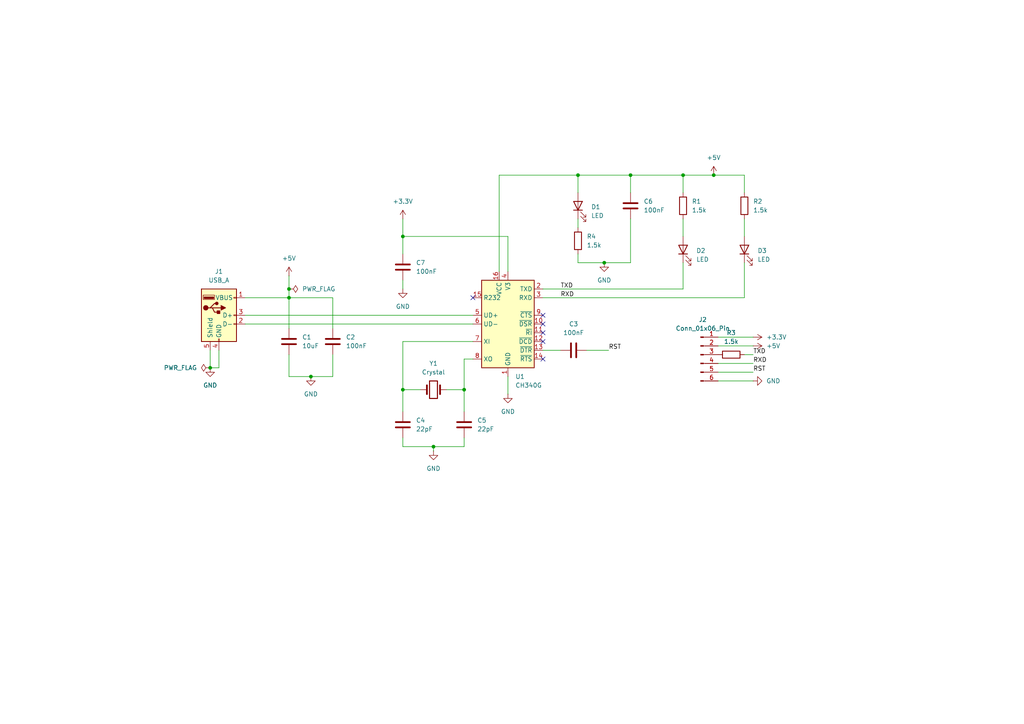
<source format=kicad_sch>
(kicad_sch
	(version 20250114)
	(generator "eeschema")
	(generator_version "9.0")
	(uuid "0bc2fd7a-dc1b-4c78-a048-8de9b2355654")
	(paper "A4")
	(title_block
		(title "USB to TTL Module")
		(date "2025-09-29")
		(rev "1.0")
		(company "Çizen: Ersin Özen")
	)
	(lib_symbols
		(symbol "Connector:Conn_01x06_Pin"
			(pin_names
				(offset 1.016)
				(hide yes)
			)
			(exclude_from_sim no)
			(in_bom yes)
			(on_board yes)
			(property "Reference" "J"
				(at 0 7.62 0)
				(effects
					(font
						(size 1.27 1.27)
					)
				)
			)
			(property "Value" "Conn_01x06_Pin"
				(at 0 -10.16 0)
				(effects
					(font
						(size 1.27 1.27)
					)
				)
			)
			(property "Footprint" ""
				(at 0 0 0)
				(effects
					(font
						(size 1.27 1.27)
					)
					(hide yes)
				)
			)
			(property "Datasheet" "~"
				(at 0 0 0)
				(effects
					(font
						(size 1.27 1.27)
					)
					(hide yes)
				)
			)
			(property "Description" "Generic connector, single row, 01x06, script generated"
				(at 0 0 0)
				(effects
					(font
						(size 1.27 1.27)
					)
					(hide yes)
				)
			)
			(property "ki_locked" ""
				(at 0 0 0)
				(effects
					(font
						(size 1.27 1.27)
					)
				)
			)
			(property "ki_keywords" "connector"
				(at 0 0 0)
				(effects
					(font
						(size 1.27 1.27)
					)
					(hide yes)
				)
			)
			(property "ki_fp_filters" "Connector*:*_1x??_*"
				(at 0 0 0)
				(effects
					(font
						(size 1.27 1.27)
					)
					(hide yes)
				)
			)
			(symbol "Conn_01x06_Pin_1_1"
				(rectangle
					(start 0.8636 5.207)
					(end 0 4.953)
					(stroke
						(width 0.1524)
						(type default)
					)
					(fill
						(type outline)
					)
				)
				(rectangle
					(start 0.8636 2.667)
					(end 0 2.413)
					(stroke
						(width 0.1524)
						(type default)
					)
					(fill
						(type outline)
					)
				)
				(rectangle
					(start 0.8636 0.127)
					(end 0 -0.127)
					(stroke
						(width 0.1524)
						(type default)
					)
					(fill
						(type outline)
					)
				)
				(rectangle
					(start 0.8636 -2.413)
					(end 0 -2.667)
					(stroke
						(width 0.1524)
						(type default)
					)
					(fill
						(type outline)
					)
				)
				(rectangle
					(start 0.8636 -4.953)
					(end 0 -5.207)
					(stroke
						(width 0.1524)
						(type default)
					)
					(fill
						(type outline)
					)
				)
				(rectangle
					(start 0.8636 -7.493)
					(end 0 -7.747)
					(stroke
						(width 0.1524)
						(type default)
					)
					(fill
						(type outline)
					)
				)
				(polyline
					(pts
						(xy 1.27 5.08) (xy 0.8636 5.08)
					)
					(stroke
						(width 0.1524)
						(type default)
					)
					(fill
						(type none)
					)
				)
				(polyline
					(pts
						(xy 1.27 2.54) (xy 0.8636 2.54)
					)
					(stroke
						(width 0.1524)
						(type default)
					)
					(fill
						(type none)
					)
				)
				(polyline
					(pts
						(xy 1.27 0) (xy 0.8636 0)
					)
					(stroke
						(width 0.1524)
						(type default)
					)
					(fill
						(type none)
					)
				)
				(polyline
					(pts
						(xy 1.27 -2.54) (xy 0.8636 -2.54)
					)
					(stroke
						(width 0.1524)
						(type default)
					)
					(fill
						(type none)
					)
				)
				(polyline
					(pts
						(xy 1.27 -5.08) (xy 0.8636 -5.08)
					)
					(stroke
						(width 0.1524)
						(type default)
					)
					(fill
						(type none)
					)
				)
				(polyline
					(pts
						(xy 1.27 -7.62) (xy 0.8636 -7.62)
					)
					(stroke
						(width 0.1524)
						(type default)
					)
					(fill
						(type none)
					)
				)
				(pin passive line
					(at 5.08 5.08 180)
					(length 3.81)
					(name "Pin_1"
						(effects
							(font
								(size 1.27 1.27)
							)
						)
					)
					(number "1"
						(effects
							(font
								(size 1.27 1.27)
							)
						)
					)
				)
				(pin passive line
					(at 5.08 2.54 180)
					(length 3.81)
					(name "Pin_2"
						(effects
							(font
								(size 1.27 1.27)
							)
						)
					)
					(number "2"
						(effects
							(font
								(size 1.27 1.27)
							)
						)
					)
				)
				(pin passive line
					(at 5.08 0 180)
					(length 3.81)
					(name "Pin_3"
						(effects
							(font
								(size 1.27 1.27)
							)
						)
					)
					(number "3"
						(effects
							(font
								(size 1.27 1.27)
							)
						)
					)
				)
				(pin passive line
					(at 5.08 -2.54 180)
					(length 3.81)
					(name "Pin_4"
						(effects
							(font
								(size 1.27 1.27)
							)
						)
					)
					(number "4"
						(effects
							(font
								(size 1.27 1.27)
							)
						)
					)
				)
				(pin passive line
					(at 5.08 -5.08 180)
					(length 3.81)
					(name "Pin_5"
						(effects
							(font
								(size 1.27 1.27)
							)
						)
					)
					(number "5"
						(effects
							(font
								(size 1.27 1.27)
							)
						)
					)
				)
				(pin passive line
					(at 5.08 -7.62 180)
					(length 3.81)
					(name "Pin_6"
						(effects
							(font
								(size 1.27 1.27)
							)
						)
					)
					(number "6"
						(effects
							(font
								(size 1.27 1.27)
							)
						)
					)
				)
			)
			(embedded_fonts no)
		)
		(symbol "Connector:USB_A"
			(pin_names
				(offset 1.016)
			)
			(exclude_from_sim no)
			(in_bom yes)
			(on_board yes)
			(property "Reference" "J"
				(at -5.08 11.43 0)
				(effects
					(font
						(size 1.27 1.27)
					)
					(justify left)
				)
			)
			(property "Value" "USB_A"
				(at -5.08 8.89 0)
				(effects
					(font
						(size 1.27 1.27)
					)
					(justify left)
				)
			)
			(property "Footprint" ""
				(at 3.81 -1.27 0)
				(effects
					(font
						(size 1.27 1.27)
					)
					(hide yes)
				)
			)
			(property "Datasheet" "~"
				(at 3.81 -1.27 0)
				(effects
					(font
						(size 1.27 1.27)
					)
					(hide yes)
				)
			)
			(property "Description" "USB Type A connector"
				(at 0 0 0)
				(effects
					(font
						(size 1.27 1.27)
					)
					(hide yes)
				)
			)
			(property "ki_keywords" "connector USB"
				(at 0 0 0)
				(effects
					(font
						(size 1.27 1.27)
					)
					(hide yes)
				)
			)
			(property "ki_fp_filters" "USB*"
				(at 0 0 0)
				(effects
					(font
						(size 1.27 1.27)
					)
					(hide yes)
				)
			)
			(symbol "USB_A_0_1"
				(rectangle
					(start -5.08 -7.62)
					(end 5.08 7.62)
					(stroke
						(width 0.254)
						(type default)
					)
					(fill
						(type background)
					)
				)
				(circle
					(center -3.81 2.159)
					(radius 0.635)
					(stroke
						(width 0.254)
						(type default)
					)
					(fill
						(type outline)
					)
				)
				(polyline
					(pts
						(xy -3.175 2.159) (xy -2.54 2.159) (xy -1.27 3.429) (xy -0.635 3.429)
					)
					(stroke
						(width 0.254)
						(type default)
					)
					(fill
						(type none)
					)
				)
				(polyline
					(pts
						(xy -2.54 2.159) (xy -1.905 2.159) (xy -1.27 0.889) (xy 0 0.889)
					)
					(stroke
						(width 0.254)
						(type default)
					)
					(fill
						(type none)
					)
				)
				(rectangle
					(start -1.524 4.826)
					(end -4.318 5.334)
					(stroke
						(width 0)
						(type default)
					)
					(fill
						(type outline)
					)
				)
				(rectangle
					(start -1.27 4.572)
					(end -4.572 5.842)
					(stroke
						(width 0)
						(type default)
					)
					(fill
						(type none)
					)
				)
				(circle
					(center -0.635 3.429)
					(radius 0.381)
					(stroke
						(width 0.254)
						(type default)
					)
					(fill
						(type outline)
					)
				)
				(rectangle
					(start -0.127 -7.62)
					(end 0.127 -6.858)
					(stroke
						(width 0)
						(type default)
					)
					(fill
						(type none)
					)
				)
				(rectangle
					(start 0.254 1.27)
					(end -0.508 0.508)
					(stroke
						(width 0.254)
						(type default)
					)
					(fill
						(type outline)
					)
				)
				(polyline
					(pts
						(xy 0.635 2.794) (xy 0.635 1.524) (xy 1.905 2.159) (xy 0.635 2.794)
					)
					(stroke
						(width 0.254)
						(type default)
					)
					(fill
						(type outline)
					)
				)
				(rectangle
					(start 5.08 4.953)
					(end 4.318 5.207)
					(stroke
						(width 0)
						(type default)
					)
					(fill
						(type none)
					)
				)
				(rectangle
					(start 5.08 -0.127)
					(end 4.318 0.127)
					(stroke
						(width 0)
						(type default)
					)
					(fill
						(type none)
					)
				)
				(rectangle
					(start 5.08 -2.667)
					(end 4.318 -2.413)
					(stroke
						(width 0)
						(type default)
					)
					(fill
						(type none)
					)
				)
			)
			(symbol "USB_A_1_1"
				(polyline
					(pts
						(xy -1.905 2.159) (xy 0.635 2.159)
					)
					(stroke
						(width 0.254)
						(type default)
					)
					(fill
						(type none)
					)
				)
				(pin passive line
					(at -2.54 -10.16 90)
					(length 2.54)
					(name "Shield"
						(effects
							(font
								(size 1.27 1.27)
							)
						)
					)
					(number "5"
						(effects
							(font
								(size 1.27 1.27)
							)
						)
					)
				)
				(pin power_in line
					(at 0 -10.16 90)
					(length 2.54)
					(name "GND"
						(effects
							(font
								(size 1.27 1.27)
							)
						)
					)
					(number "4"
						(effects
							(font
								(size 1.27 1.27)
							)
						)
					)
				)
				(pin power_in line
					(at 7.62 5.08 180)
					(length 2.54)
					(name "VBUS"
						(effects
							(font
								(size 1.27 1.27)
							)
						)
					)
					(number "1"
						(effects
							(font
								(size 1.27 1.27)
							)
						)
					)
				)
				(pin bidirectional line
					(at 7.62 0 180)
					(length 2.54)
					(name "D+"
						(effects
							(font
								(size 1.27 1.27)
							)
						)
					)
					(number "3"
						(effects
							(font
								(size 1.27 1.27)
							)
						)
					)
				)
				(pin bidirectional line
					(at 7.62 -2.54 180)
					(length 2.54)
					(name "D-"
						(effects
							(font
								(size 1.27 1.27)
							)
						)
					)
					(number "2"
						(effects
							(font
								(size 1.27 1.27)
							)
						)
					)
				)
			)
			(embedded_fonts no)
		)
		(symbol "Device:C"
			(pin_numbers
				(hide yes)
			)
			(pin_names
				(offset 0.254)
			)
			(exclude_from_sim no)
			(in_bom yes)
			(on_board yes)
			(property "Reference" "C"
				(at 0.635 2.54 0)
				(effects
					(font
						(size 1.27 1.27)
					)
					(justify left)
				)
			)
			(property "Value" "C"
				(at 0.635 -2.54 0)
				(effects
					(font
						(size 1.27 1.27)
					)
					(justify left)
				)
			)
			(property "Footprint" ""
				(at 0.9652 -3.81 0)
				(effects
					(font
						(size 1.27 1.27)
					)
					(hide yes)
				)
			)
			(property "Datasheet" "~"
				(at 0 0 0)
				(effects
					(font
						(size 1.27 1.27)
					)
					(hide yes)
				)
			)
			(property "Description" "Unpolarized capacitor"
				(at 0 0 0)
				(effects
					(font
						(size 1.27 1.27)
					)
					(hide yes)
				)
			)
			(property "ki_keywords" "cap capacitor"
				(at 0 0 0)
				(effects
					(font
						(size 1.27 1.27)
					)
					(hide yes)
				)
			)
			(property "ki_fp_filters" "C_*"
				(at 0 0 0)
				(effects
					(font
						(size 1.27 1.27)
					)
					(hide yes)
				)
			)
			(symbol "C_0_1"
				(polyline
					(pts
						(xy -2.032 0.762) (xy 2.032 0.762)
					)
					(stroke
						(width 0.508)
						(type default)
					)
					(fill
						(type none)
					)
				)
				(polyline
					(pts
						(xy -2.032 -0.762) (xy 2.032 -0.762)
					)
					(stroke
						(width 0.508)
						(type default)
					)
					(fill
						(type none)
					)
				)
			)
			(symbol "C_1_1"
				(pin passive line
					(at 0 3.81 270)
					(length 2.794)
					(name "~"
						(effects
							(font
								(size 1.27 1.27)
							)
						)
					)
					(number "1"
						(effects
							(font
								(size 1.27 1.27)
							)
						)
					)
				)
				(pin passive line
					(at 0 -3.81 90)
					(length 2.794)
					(name "~"
						(effects
							(font
								(size 1.27 1.27)
							)
						)
					)
					(number "2"
						(effects
							(font
								(size 1.27 1.27)
							)
						)
					)
				)
			)
			(embedded_fonts no)
		)
		(symbol "Device:Crystal"
			(pin_numbers
				(hide yes)
			)
			(pin_names
				(offset 1.016)
				(hide yes)
			)
			(exclude_from_sim no)
			(in_bom yes)
			(on_board yes)
			(property "Reference" "Y"
				(at 0 3.81 0)
				(effects
					(font
						(size 1.27 1.27)
					)
				)
			)
			(property "Value" "Crystal"
				(at 0 -3.81 0)
				(effects
					(font
						(size 1.27 1.27)
					)
				)
			)
			(property "Footprint" ""
				(at 0 0 0)
				(effects
					(font
						(size 1.27 1.27)
					)
					(hide yes)
				)
			)
			(property "Datasheet" "~"
				(at 0 0 0)
				(effects
					(font
						(size 1.27 1.27)
					)
					(hide yes)
				)
			)
			(property "Description" "Two pin crystal"
				(at 0 0 0)
				(effects
					(font
						(size 1.27 1.27)
					)
					(hide yes)
				)
			)
			(property "ki_keywords" "quartz ceramic resonator oscillator"
				(at 0 0 0)
				(effects
					(font
						(size 1.27 1.27)
					)
					(hide yes)
				)
			)
			(property "ki_fp_filters" "Crystal*"
				(at 0 0 0)
				(effects
					(font
						(size 1.27 1.27)
					)
					(hide yes)
				)
			)
			(symbol "Crystal_0_1"
				(polyline
					(pts
						(xy -2.54 0) (xy -1.905 0)
					)
					(stroke
						(width 0)
						(type default)
					)
					(fill
						(type none)
					)
				)
				(polyline
					(pts
						(xy -1.905 -1.27) (xy -1.905 1.27)
					)
					(stroke
						(width 0.508)
						(type default)
					)
					(fill
						(type none)
					)
				)
				(rectangle
					(start -1.143 2.54)
					(end 1.143 -2.54)
					(stroke
						(width 0.3048)
						(type default)
					)
					(fill
						(type none)
					)
				)
				(polyline
					(pts
						(xy 1.905 -1.27) (xy 1.905 1.27)
					)
					(stroke
						(width 0.508)
						(type default)
					)
					(fill
						(type none)
					)
				)
				(polyline
					(pts
						(xy 2.54 0) (xy 1.905 0)
					)
					(stroke
						(width 0)
						(type default)
					)
					(fill
						(type none)
					)
				)
			)
			(symbol "Crystal_1_1"
				(pin passive line
					(at -3.81 0 0)
					(length 1.27)
					(name "1"
						(effects
							(font
								(size 1.27 1.27)
							)
						)
					)
					(number "1"
						(effects
							(font
								(size 1.27 1.27)
							)
						)
					)
				)
				(pin passive line
					(at 3.81 0 180)
					(length 1.27)
					(name "2"
						(effects
							(font
								(size 1.27 1.27)
							)
						)
					)
					(number "2"
						(effects
							(font
								(size 1.27 1.27)
							)
						)
					)
				)
			)
			(embedded_fonts no)
		)
		(symbol "Device:LED"
			(pin_numbers
				(hide yes)
			)
			(pin_names
				(offset 1.016)
				(hide yes)
			)
			(exclude_from_sim no)
			(in_bom yes)
			(on_board yes)
			(property "Reference" "D"
				(at 0 2.54 0)
				(effects
					(font
						(size 1.27 1.27)
					)
				)
			)
			(property "Value" "LED"
				(at 0 -2.54 0)
				(effects
					(font
						(size 1.27 1.27)
					)
				)
			)
			(property "Footprint" ""
				(at 0 0 0)
				(effects
					(font
						(size 1.27 1.27)
					)
					(hide yes)
				)
			)
			(property "Datasheet" "~"
				(at 0 0 0)
				(effects
					(font
						(size 1.27 1.27)
					)
					(hide yes)
				)
			)
			(property "Description" "Light emitting diode"
				(at 0 0 0)
				(effects
					(font
						(size 1.27 1.27)
					)
					(hide yes)
				)
			)
			(property "Sim.Pins" "1=K 2=A"
				(at 0 0 0)
				(effects
					(font
						(size 1.27 1.27)
					)
					(hide yes)
				)
			)
			(property "ki_keywords" "LED diode"
				(at 0 0 0)
				(effects
					(font
						(size 1.27 1.27)
					)
					(hide yes)
				)
			)
			(property "ki_fp_filters" "LED* LED_SMD:* LED_THT:*"
				(at 0 0 0)
				(effects
					(font
						(size 1.27 1.27)
					)
					(hide yes)
				)
			)
			(symbol "LED_0_1"
				(polyline
					(pts
						(xy -3.048 -0.762) (xy -4.572 -2.286) (xy -3.81 -2.286) (xy -4.572 -2.286) (xy -4.572 -1.524)
					)
					(stroke
						(width 0)
						(type default)
					)
					(fill
						(type none)
					)
				)
				(polyline
					(pts
						(xy -1.778 -0.762) (xy -3.302 -2.286) (xy -2.54 -2.286) (xy -3.302 -2.286) (xy -3.302 -1.524)
					)
					(stroke
						(width 0)
						(type default)
					)
					(fill
						(type none)
					)
				)
				(polyline
					(pts
						(xy -1.27 0) (xy 1.27 0)
					)
					(stroke
						(width 0)
						(type default)
					)
					(fill
						(type none)
					)
				)
				(polyline
					(pts
						(xy -1.27 -1.27) (xy -1.27 1.27)
					)
					(stroke
						(width 0.254)
						(type default)
					)
					(fill
						(type none)
					)
				)
				(polyline
					(pts
						(xy 1.27 -1.27) (xy 1.27 1.27) (xy -1.27 0) (xy 1.27 -1.27)
					)
					(stroke
						(width 0.254)
						(type default)
					)
					(fill
						(type none)
					)
				)
			)
			(symbol "LED_1_1"
				(pin passive line
					(at -3.81 0 0)
					(length 2.54)
					(name "K"
						(effects
							(font
								(size 1.27 1.27)
							)
						)
					)
					(number "1"
						(effects
							(font
								(size 1.27 1.27)
							)
						)
					)
				)
				(pin passive line
					(at 3.81 0 180)
					(length 2.54)
					(name "A"
						(effects
							(font
								(size 1.27 1.27)
							)
						)
					)
					(number "2"
						(effects
							(font
								(size 1.27 1.27)
							)
						)
					)
				)
			)
			(embedded_fonts no)
		)
		(symbol "Device:R"
			(pin_numbers
				(hide yes)
			)
			(pin_names
				(offset 0)
			)
			(exclude_from_sim no)
			(in_bom yes)
			(on_board yes)
			(property "Reference" "R"
				(at 2.032 0 90)
				(effects
					(font
						(size 1.27 1.27)
					)
				)
			)
			(property "Value" "R"
				(at 0 0 90)
				(effects
					(font
						(size 1.27 1.27)
					)
				)
			)
			(property "Footprint" ""
				(at -1.778 0 90)
				(effects
					(font
						(size 1.27 1.27)
					)
					(hide yes)
				)
			)
			(property "Datasheet" "~"
				(at 0 0 0)
				(effects
					(font
						(size 1.27 1.27)
					)
					(hide yes)
				)
			)
			(property "Description" "Resistor"
				(at 0 0 0)
				(effects
					(font
						(size 1.27 1.27)
					)
					(hide yes)
				)
			)
			(property "ki_keywords" "R res resistor"
				(at 0 0 0)
				(effects
					(font
						(size 1.27 1.27)
					)
					(hide yes)
				)
			)
			(property "ki_fp_filters" "R_*"
				(at 0 0 0)
				(effects
					(font
						(size 1.27 1.27)
					)
					(hide yes)
				)
			)
			(symbol "R_0_1"
				(rectangle
					(start -1.016 -2.54)
					(end 1.016 2.54)
					(stroke
						(width 0.254)
						(type default)
					)
					(fill
						(type none)
					)
				)
			)
			(symbol "R_1_1"
				(pin passive line
					(at 0 3.81 270)
					(length 1.27)
					(name "~"
						(effects
							(font
								(size 1.27 1.27)
							)
						)
					)
					(number "1"
						(effects
							(font
								(size 1.27 1.27)
							)
						)
					)
				)
				(pin passive line
					(at 0 -3.81 90)
					(length 1.27)
					(name "~"
						(effects
							(font
								(size 1.27 1.27)
							)
						)
					)
					(number "2"
						(effects
							(font
								(size 1.27 1.27)
							)
						)
					)
				)
			)
			(embedded_fonts no)
		)
		(symbol "Interface_USB:CH340G"
			(exclude_from_sim no)
			(in_bom yes)
			(on_board yes)
			(property "Reference" "U"
				(at -5.08 13.97 0)
				(effects
					(font
						(size 1.27 1.27)
					)
					(justify right)
				)
			)
			(property "Value" "CH340G"
				(at 1.27 13.97 0)
				(effects
					(font
						(size 1.27 1.27)
					)
					(justify left)
				)
			)
			(property "Footprint" "Package_SO:SOIC-16_3.9x9.9mm_P1.27mm"
				(at 1.27 -13.97 0)
				(effects
					(font
						(size 1.27 1.27)
					)
					(justify left)
					(hide yes)
				)
			)
			(property "Datasheet" "http://www.datasheet5.com/pdf-local-2195953"
				(at -8.89 20.32 0)
				(effects
					(font
						(size 1.27 1.27)
					)
					(hide yes)
				)
			)
			(property "Description" "USB serial converter, UART, SOIC-16"
				(at 0 0 0)
				(effects
					(font
						(size 1.27 1.27)
					)
					(hide yes)
				)
			)
			(property "ki_keywords" "USB UART Serial Converter Interface"
				(at 0 0 0)
				(effects
					(font
						(size 1.27 1.27)
					)
					(hide yes)
				)
			)
			(property "ki_fp_filters" "SOIC*3.9x9.9mm*P1.27mm*"
				(at 0 0 0)
				(effects
					(font
						(size 1.27 1.27)
					)
					(hide yes)
				)
			)
			(symbol "CH340G_0_1"
				(rectangle
					(start -7.62 12.7)
					(end 7.62 -12.7)
					(stroke
						(width 0.254)
						(type default)
					)
					(fill
						(type background)
					)
				)
			)
			(symbol "CH340G_1_1"
				(pin input line
					(at -10.16 7.62 0)
					(length 2.54)
					(name "R232"
						(effects
							(font
								(size 1.27 1.27)
							)
						)
					)
					(number "15"
						(effects
							(font
								(size 1.27 1.27)
							)
						)
					)
				)
				(pin bidirectional line
					(at -10.16 2.54 0)
					(length 2.54)
					(name "UD+"
						(effects
							(font
								(size 1.27 1.27)
							)
						)
					)
					(number "5"
						(effects
							(font
								(size 1.27 1.27)
							)
						)
					)
				)
				(pin bidirectional line
					(at -10.16 0 0)
					(length 2.54)
					(name "UD-"
						(effects
							(font
								(size 1.27 1.27)
							)
						)
					)
					(number "6"
						(effects
							(font
								(size 1.27 1.27)
							)
						)
					)
				)
				(pin input line
					(at -10.16 -5.08 0)
					(length 2.54)
					(name "XI"
						(effects
							(font
								(size 1.27 1.27)
							)
						)
					)
					(number "7"
						(effects
							(font
								(size 1.27 1.27)
							)
						)
					)
				)
				(pin output line
					(at -10.16 -10.16 0)
					(length 2.54)
					(name "XO"
						(effects
							(font
								(size 1.27 1.27)
							)
						)
					)
					(number "8"
						(effects
							(font
								(size 1.27 1.27)
							)
						)
					)
				)
				(pin power_in line
					(at -2.54 15.24 270)
					(length 2.54)
					(name "VCC"
						(effects
							(font
								(size 1.27 1.27)
							)
						)
					)
					(number "16"
						(effects
							(font
								(size 1.27 1.27)
							)
						)
					)
				)
				(pin power_out line
					(at 0 15.24 270)
					(length 2.54)
					(name "V3"
						(effects
							(font
								(size 1.27 1.27)
							)
						)
					)
					(number "4"
						(effects
							(font
								(size 1.27 1.27)
							)
						)
					)
				)
				(pin power_in line
					(at 0 -15.24 90)
					(length 2.54)
					(name "GND"
						(effects
							(font
								(size 1.27 1.27)
							)
						)
					)
					(number "1"
						(effects
							(font
								(size 1.27 1.27)
							)
						)
					)
				)
				(pin output line
					(at 10.16 10.16 180)
					(length 2.54)
					(name "TXD"
						(effects
							(font
								(size 1.27 1.27)
							)
						)
					)
					(number "2"
						(effects
							(font
								(size 1.27 1.27)
							)
						)
					)
				)
				(pin input line
					(at 10.16 7.62 180)
					(length 2.54)
					(name "RXD"
						(effects
							(font
								(size 1.27 1.27)
							)
						)
					)
					(number "3"
						(effects
							(font
								(size 1.27 1.27)
							)
						)
					)
				)
				(pin input line
					(at 10.16 2.54 180)
					(length 2.54)
					(name "~{CTS}"
						(effects
							(font
								(size 1.27 1.27)
							)
						)
					)
					(number "9"
						(effects
							(font
								(size 1.27 1.27)
							)
						)
					)
				)
				(pin input line
					(at 10.16 0 180)
					(length 2.54)
					(name "~{DSR}"
						(effects
							(font
								(size 1.27 1.27)
							)
						)
					)
					(number "10"
						(effects
							(font
								(size 1.27 1.27)
							)
						)
					)
				)
				(pin input line
					(at 10.16 -2.54 180)
					(length 2.54)
					(name "~{RI}"
						(effects
							(font
								(size 1.27 1.27)
							)
						)
					)
					(number "11"
						(effects
							(font
								(size 1.27 1.27)
							)
						)
					)
				)
				(pin input line
					(at 10.16 -5.08 180)
					(length 2.54)
					(name "~{DCD}"
						(effects
							(font
								(size 1.27 1.27)
							)
						)
					)
					(number "12"
						(effects
							(font
								(size 1.27 1.27)
							)
						)
					)
				)
				(pin output line
					(at 10.16 -7.62 180)
					(length 2.54)
					(name "~{DTR}"
						(effects
							(font
								(size 1.27 1.27)
							)
						)
					)
					(number "13"
						(effects
							(font
								(size 1.27 1.27)
							)
						)
					)
				)
				(pin output line
					(at 10.16 -10.16 180)
					(length 2.54)
					(name "~{RTS}"
						(effects
							(font
								(size 1.27 1.27)
							)
						)
					)
					(number "14"
						(effects
							(font
								(size 1.27 1.27)
							)
						)
					)
				)
			)
			(embedded_fonts no)
		)
		(symbol "power:+3.3V"
			(power)
			(pin_numbers
				(hide yes)
			)
			(pin_names
				(offset 0)
				(hide yes)
			)
			(exclude_from_sim no)
			(in_bom yes)
			(on_board yes)
			(property "Reference" "#PWR"
				(at 0 -3.81 0)
				(effects
					(font
						(size 1.27 1.27)
					)
					(hide yes)
				)
			)
			(property "Value" "+3.3V"
				(at 0 3.556 0)
				(effects
					(font
						(size 1.27 1.27)
					)
				)
			)
			(property "Footprint" ""
				(at 0 0 0)
				(effects
					(font
						(size 1.27 1.27)
					)
					(hide yes)
				)
			)
			(property "Datasheet" ""
				(at 0 0 0)
				(effects
					(font
						(size 1.27 1.27)
					)
					(hide yes)
				)
			)
			(property "Description" "Power symbol creates a global label with name \"+3.3V\""
				(at 0 0 0)
				(effects
					(font
						(size 1.27 1.27)
					)
					(hide yes)
				)
			)
			(property "ki_keywords" "global power"
				(at 0 0 0)
				(effects
					(font
						(size 1.27 1.27)
					)
					(hide yes)
				)
			)
			(symbol "+3.3V_0_1"
				(polyline
					(pts
						(xy -0.762 1.27) (xy 0 2.54)
					)
					(stroke
						(width 0)
						(type default)
					)
					(fill
						(type none)
					)
				)
				(polyline
					(pts
						(xy 0 2.54) (xy 0.762 1.27)
					)
					(stroke
						(width 0)
						(type default)
					)
					(fill
						(type none)
					)
				)
				(polyline
					(pts
						(xy 0 0) (xy 0 2.54)
					)
					(stroke
						(width 0)
						(type default)
					)
					(fill
						(type none)
					)
				)
			)
			(symbol "+3.3V_1_1"
				(pin power_in line
					(at 0 0 90)
					(length 0)
					(name "~"
						(effects
							(font
								(size 1.27 1.27)
							)
						)
					)
					(number "1"
						(effects
							(font
								(size 1.27 1.27)
							)
						)
					)
				)
			)
			(embedded_fonts no)
		)
		(symbol "power:+5V"
			(power)
			(pin_numbers
				(hide yes)
			)
			(pin_names
				(offset 0)
				(hide yes)
			)
			(exclude_from_sim no)
			(in_bom yes)
			(on_board yes)
			(property "Reference" "#PWR"
				(at 0 -3.81 0)
				(effects
					(font
						(size 1.27 1.27)
					)
					(hide yes)
				)
			)
			(property "Value" "+5V"
				(at 0 3.556 0)
				(effects
					(font
						(size 1.27 1.27)
					)
				)
			)
			(property "Footprint" ""
				(at 0 0 0)
				(effects
					(font
						(size 1.27 1.27)
					)
					(hide yes)
				)
			)
			(property "Datasheet" ""
				(at 0 0 0)
				(effects
					(font
						(size 1.27 1.27)
					)
					(hide yes)
				)
			)
			(property "Description" "Power symbol creates a global label with name \"+5V\""
				(at 0 0 0)
				(effects
					(font
						(size 1.27 1.27)
					)
					(hide yes)
				)
			)
			(property "ki_keywords" "global power"
				(at 0 0 0)
				(effects
					(font
						(size 1.27 1.27)
					)
					(hide yes)
				)
			)
			(symbol "+5V_0_1"
				(polyline
					(pts
						(xy -0.762 1.27) (xy 0 2.54)
					)
					(stroke
						(width 0)
						(type default)
					)
					(fill
						(type none)
					)
				)
				(polyline
					(pts
						(xy 0 2.54) (xy 0.762 1.27)
					)
					(stroke
						(width 0)
						(type default)
					)
					(fill
						(type none)
					)
				)
				(polyline
					(pts
						(xy 0 0) (xy 0 2.54)
					)
					(stroke
						(width 0)
						(type default)
					)
					(fill
						(type none)
					)
				)
			)
			(symbol "+5V_1_1"
				(pin power_in line
					(at 0 0 90)
					(length 0)
					(name "~"
						(effects
							(font
								(size 1.27 1.27)
							)
						)
					)
					(number "1"
						(effects
							(font
								(size 1.27 1.27)
							)
						)
					)
				)
			)
			(embedded_fonts no)
		)
		(symbol "power:GND"
			(power)
			(pin_numbers
				(hide yes)
			)
			(pin_names
				(offset 0)
				(hide yes)
			)
			(exclude_from_sim no)
			(in_bom yes)
			(on_board yes)
			(property "Reference" "#PWR"
				(at 0 -6.35 0)
				(effects
					(font
						(size 1.27 1.27)
					)
					(hide yes)
				)
			)
			(property "Value" "GND"
				(at 0 -3.81 0)
				(effects
					(font
						(size 1.27 1.27)
					)
				)
			)
			(property "Footprint" ""
				(at 0 0 0)
				(effects
					(font
						(size 1.27 1.27)
					)
					(hide yes)
				)
			)
			(property "Datasheet" ""
				(at 0 0 0)
				(effects
					(font
						(size 1.27 1.27)
					)
					(hide yes)
				)
			)
			(property "Description" "Power symbol creates a global label with name \"GND\" , ground"
				(at 0 0 0)
				(effects
					(font
						(size 1.27 1.27)
					)
					(hide yes)
				)
			)
			(property "ki_keywords" "global power"
				(at 0 0 0)
				(effects
					(font
						(size 1.27 1.27)
					)
					(hide yes)
				)
			)
			(symbol "GND_0_1"
				(polyline
					(pts
						(xy 0 0) (xy 0 -1.27) (xy 1.27 -1.27) (xy 0 -2.54) (xy -1.27 -1.27) (xy 0 -1.27)
					)
					(stroke
						(width 0)
						(type default)
					)
					(fill
						(type none)
					)
				)
			)
			(symbol "GND_1_1"
				(pin power_in line
					(at 0 0 270)
					(length 0)
					(name "~"
						(effects
							(font
								(size 1.27 1.27)
							)
						)
					)
					(number "1"
						(effects
							(font
								(size 1.27 1.27)
							)
						)
					)
				)
			)
			(embedded_fonts no)
		)
		(symbol "power:PWR_FLAG"
			(power)
			(pin_numbers
				(hide yes)
			)
			(pin_names
				(offset 0)
				(hide yes)
			)
			(exclude_from_sim no)
			(in_bom yes)
			(on_board yes)
			(property "Reference" "#FLG"
				(at 0 1.905 0)
				(effects
					(font
						(size 1.27 1.27)
					)
					(hide yes)
				)
			)
			(property "Value" "PWR_FLAG"
				(at 0 3.81 0)
				(effects
					(font
						(size 1.27 1.27)
					)
				)
			)
			(property "Footprint" ""
				(at 0 0 0)
				(effects
					(font
						(size 1.27 1.27)
					)
					(hide yes)
				)
			)
			(property "Datasheet" "~"
				(at 0 0 0)
				(effects
					(font
						(size 1.27 1.27)
					)
					(hide yes)
				)
			)
			(property "Description" "Special symbol for telling ERC where power comes from"
				(at 0 0 0)
				(effects
					(font
						(size 1.27 1.27)
					)
					(hide yes)
				)
			)
			(property "ki_keywords" "flag power"
				(at 0 0 0)
				(effects
					(font
						(size 1.27 1.27)
					)
					(hide yes)
				)
			)
			(symbol "PWR_FLAG_0_0"
				(pin power_out line
					(at 0 0 90)
					(length 0)
					(name "~"
						(effects
							(font
								(size 1.27 1.27)
							)
						)
					)
					(number "1"
						(effects
							(font
								(size 1.27 1.27)
							)
						)
					)
				)
			)
			(symbol "PWR_FLAG_0_1"
				(polyline
					(pts
						(xy 0 0) (xy 0 1.27) (xy -1.016 1.905) (xy 0 2.54) (xy 1.016 1.905) (xy 0 1.27)
					)
					(stroke
						(width 0)
						(type default)
					)
					(fill
						(type none)
					)
				)
			)
			(embedded_fonts no)
		)
	)
	(junction
		(at 182.88 50.8)
		(diameter 0)
		(color 0 0 0 0)
		(uuid "1dd9716a-86f3-4c2d-880a-6b29f0ea14ca")
	)
	(junction
		(at 83.82 86.36)
		(diameter 0)
		(color 0 0 0 0)
		(uuid "85e1364b-1fc7-471b-b7e8-e6b6d6c125d6")
	)
	(junction
		(at 167.64 50.8)
		(diameter 0)
		(color 0 0 0 0)
		(uuid "8808f434-9ce2-4249-8293-5147251a2eb7")
	)
	(junction
		(at 125.73 129.54)
		(diameter 0)
		(color 0 0 0 0)
		(uuid "8a0655fa-d2ca-4a1e-81af-865d06ab6d81")
	)
	(junction
		(at 207.01 50.8)
		(diameter 0)
		(color 0 0 0 0)
		(uuid "aa4ef6b6-28f7-4ae7-8f1a-3fd500ce17ea")
	)
	(junction
		(at 83.82 83.82)
		(diameter 0)
		(color 0 0 0 0)
		(uuid "b4b5896b-fd4a-4ffc-8505-3f514b727c8b")
	)
	(junction
		(at 60.96 106.68)
		(diameter 0)
		(color 0 0 0 0)
		(uuid "b87900c9-bebd-42c9-919c-3bf6386e6685")
	)
	(junction
		(at 134.62 113.03)
		(diameter 0)
		(color 0 0 0 0)
		(uuid "c85701a6-249f-4420-90a9-0907d0283b85")
	)
	(junction
		(at 116.84 68.58)
		(diameter 0)
		(color 0 0 0 0)
		(uuid "cbb03950-d922-4b33-b68e-600029e105f6")
	)
	(junction
		(at 116.84 113.03)
		(diameter 0)
		(color 0 0 0 0)
		(uuid "d92e008d-024a-4258-b509-e56a73cda603")
	)
	(junction
		(at 198.12 50.8)
		(diameter 0)
		(color 0 0 0 0)
		(uuid "db14c394-8bcd-446e-aa95-84ac35dfd2c5")
	)
	(junction
		(at 175.26 76.2)
		(diameter 0)
		(color 0 0 0 0)
		(uuid "dfed877f-fe4a-473a-a4ca-e3b0e0d358a4")
	)
	(junction
		(at 90.17 109.22)
		(diameter 0)
		(color 0 0 0 0)
		(uuid "e9b70333-734e-49ce-9691-5b925312a74d")
	)
	(no_connect
		(at 137.16 86.36)
		(uuid "05b71f87-1412-4514-bf91-b89f6084d631")
	)
	(no_connect
		(at 157.48 93.98)
		(uuid "5803c03e-78d2-406a-ab0e-cda7c1c691e0")
	)
	(no_connect
		(at 157.48 96.52)
		(uuid "58fbabd7-1b01-47c8-92b1-01e05146e37b")
	)
	(no_connect
		(at 157.48 91.44)
		(uuid "8cbdaaa4-5d20-4772-b51e-efe87f9694d0")
	)
	(no_connect
		(at 157.48 99.06)
		(uuid "c7ec880a-a4b8-4053-a99b-89682925a471")
	)
	(no_connect
		(at 157.48 104.14)
		(uuid "e7a3583c-e9da-47cd-b841-40c574e114c2")
	)
	(wire
		(pts
			(xy 116.84 129.54) (xy 116.84 127)
		)
		(stroke
			(width 0)
			(type default)
		)
		(uuid "046edb72-6614-4b79-a11c-8f9a7ec59262")
	)
	(wire
		(pts
			(xy 182.88 50.8) (xy 198.12 50.8)
		)
		(stroke
			(width 0)
			(type default)
		)
		(uuid "0590c0da-0410-4207-85d3-ac58e91f480f")
	)
	(wire
		(pts
			(xy 116.84 99.06) (xy 116.84 113.03)
		)
		(stroke
			(width 0)
			(type default)
		)
		(uuid "0737e4ff-b348-4fbf-b870-f67dda0a83ac")
	)
	(wire
		(pts
			(xy 60.96 106.68) (xy 63.5 106.68)
		)
		(stroke
			(width 0)
			(type default)
		)
		(uuid "0984096e-5d7a-4daa-a7c2-ea81df702e0b")
	)
	(wire
		(pts
			(xy 198.12 63.5) (xy 198.12 68.58)
		)
		(stroke
			(width 0)
			(type default)
		)
		(uuid "0ebea4f4-b665-43e0-a69d-7a88b321bb79")
	)
	(wire
		(pts
			(xy 71.12 91.44) (xy 137.16 91.44)
		)
		(stroke
			(width 0)
			(type default)
		)
		(uuid "0f7049fd-6c66-43ea-a753-d7956c2fee84")
	)
	(wire
		(pts
			(xy 60.96 101.6) (xy 60.96 106.68)
		)
		(stroke
			(width 0)
			(type default)
		)
		(uuid "0f8e7a50-24d6-4a06-b5b0-1f60bed478e0")
	)
	(wire
		(pts
			(xy 182.88 55.88) (xy 182.88 50.8)
		)
		(stroke
			(width 0)
			(type default)
		)
		(uuid "0fabb238-c294-49c5-8394-0153dc063171")
	)
	(wire
		(pts
			(xy 125.73 129.54) (xy 125.73 130.81)
		)
		(stroke
			(width 0)
			(type default)
		)
		(uuid "1248275e-5a7c-4ea7-87f8-efde087d0b7b")
	)
	(wire
		(pts
			(xy 208.28 100.33) (xy 218.44 100.33)
		)
		(stroke
			(width 0)
			(type default)
		)
		(uuid "19e98ba8-6b12-475a-8c73-7d503ce1bbfc")
	)
	(wire
		(pts
			(xy 121.92 113.03) (xy 116.84 113.03)
		)
		(stroke
			(width 0)
			(type default)
		)
		(uuid "1a2b6bd4-7035-47a8-9335-01ef5ef0b406")
	)
	(wire
		(pts
			(xy 218.44 102.87) (xy 215.9 102.87)
		)
		(stroke
			(width 0)
			(type default)
		)
		(uuid "238c9cb4-7dad-4da9-9b9c-24d35a189662")
	)
	(wire
		(pts
			(xy 182.88 76.2) (xy 175.26 76.2)
		)
		(stroke
			(width 0)
			(type default)
		)
		(uuid "24c47ac3-cb68-4676-8b6e-274e3a84eb62")
	)
	(wire
		(pts
			(xy 83.82 86.36) (xy 83.82 83.82)
		)
		(stroke
			(width 0)
			(type default)
		)
		(uuid "2d97b2b1-15ee-4518-84a6-a5e8296f16ef")
	)
	(wire
		(pts
			(xy 116.84 73.66) (xy 116.84 68.58)
		)
		(stroke
			(width 0)
			(type default)
		)
		(uuid "302fa3b7-6340-4b9a-a6a1-69e413140a42")
	)
	(wire
		(pts
			(xy 83.82 83.82) (xy 83.82 80.01)
		)
		(stroke
			(width 0)
			(type default)
		)
		(uuid "32e8ab41-c589-4849-be2a-12154ff51a38")
	)
	(wire
		(pts
			(xy 167.64 63.5) (xy 167.64 66.04)
		)
		(stroke
			(width 0)
			(type default)
		)
		(uuid "348e7784-da6c-42bf-99d9-9fa2f5209253")
	)
	(wire
		(pts
			(xy 134.62 127) (xy 134.62 129.54)
		)
		(stroke
			(width 0)
			(type default)
		)
		(uuid "3825bf06-55ed-4924-b665-7272a34f1bee")
	)
	(wire
		(pts
			(xy 116.84 63.5) (xy 116.84 68.58)
		)
		(stroke
			(width 0)
			(type default)
		)
		(uuid "39234125-ddba-406a-a62b-6bee84fd2079")
	)
	(wire
		(pts
			(xy 198.12 50.8) (xy 207.01 50.8)
		)
		(stroke
			(width 0)
			(type default)
		)
		(uuid "3a406ed4-08fc-41a1-b40d-74154ef71a64")
	)
	(wire
		(pts
			(xy 198.12 55.88) (xy 198.12 50.8)
		)
		(stroke
			(width 0)
			(type default)
		)
		(uuid "3c550d7b-f121-42e1-ab29-8c227b5a4e19")
	)
	(wire
		(pts
			(xy 83.82 102.87) (xy 83.82 109.22)
		)
		(stroke
			(width 0)
			(type default)
		)
		(uuid "46413b5a-1d94-41bc-a3b6-8a79e360b0a7")
	)
	(wire
		(pts
			(xy 167.64 50.8) (xy 182.88 50.8)
		)
		(stroke
			(width 0)
			(type default)
		)
		(uuid "46d9ddb7-d8a0-43fc-afb0-1a3e803c9b16")
	)
	(wire
		(pts
			(xy 129.54 113.03) (xy 134.62 113.03)
		)
		(stroke
			(width 0)
			(type default)
		)
		(uuid "4d59e607-e2f6-4ecc-859b-982ecb93e76c")
	)
	(wire
		(pts
			(xy 208.28 105.41) (xy 218.44 105.41)
		)
		(stroke
			(width 0)
			(type default)
		)
		(uuid "53199872-8817-4e7a-b449-8615d3733d1d")
	)
	(wire
		(pts
			(xy 147.32 109.22) (xy 147.32 114.3)
		)
		(stroke
			(width 0)
			(type default)
		)
		(uuid "586d3f2f-3912-4c32-9ce9-b6c5b1f25fd8")
	)
	(wire
		(pts
			(xy 144.78 78.74) (xy 144.78 50.8)
		)
		(stroke
			(width 0)
			(type default)
		)
		(uuid "59a88e42-3bc7-436a-8a44-226c057d8c97")
	)
	(wire
		(pts
			(xy 208.28 110.49) (xy 218.44 110.49)
		)
		(stroke
			(width 0)
			(type default)
		)
		(uuid "6535c537-0379-4192-be76-fbedb21d6819")
	)
	(wire
		(pts
			(xy 134.62 104.14) (xy 134.62 113.03)
		)
		(stroke
			(width 0)
			(type default)
		)
		(uuid "6d350ce9-2a10-4419-9fee-e05b50e5a7aa")
	)
	(wire
		(pts
			(xy 207.01 50.8) (xy 215.9 50.8)
		)
		(stroke
			(width 0)
			(type default)
		)
		(uuid "6e17b038-d5e1-4e27-9a65-b16b1c83ebdb")
	)
	(wire
		(pts
			(xy 96.52 95.25) (xy 96.52 86.36)
		)
		(stroke
			(width 0)
			(type default)
		)
		(uuid "6efafddc-2649-4004-b02d-f12b876eff06")
	)
	(wire
		(pts
			(xy 208.28 97.79) (xy 218.44 97.79)
		)
		(stroke
			(width 0)
			(type default)
		)
		(uuid "6f426e69-ebb2-4d29-9dff-da974e21c74c")
	)
	(wire
		(pts
			(xy 157.48 83.82) (xy 198.12 83.82)
		)
		(stroke
			(width 0)
			(type default)
		)
		(uuid "71c8991c-6018-4303-9b1a-b408659bfe07")
	)
	(wire
		(pts
			(xy 157.48 86.36) (xy 215.9 86.36)
		)
		(stroke
			(width 0)
			(type default)
		)
		(uuid "742c488a-407d-4611-8a11-7d417c11353b")
	)
	(wire
		(pts
			(xy 96.52 86.36) (xy 83.82 86.36)
		)
		(stroke
			(width 0)
			(type default)
		)
		(uuid "76762daf-b770-4956-aa69-75e20be7d1e9")
	)
	(wire
		(pts
			(xy 137.16 104.14) (xy 134.62 104.14)
		)
		(stroke
			(width 0)
			(type default)
		)
		(uuid "79a9668e-a143-4868-a1ce-fc8d6efdf017")
	)
	(wire
		(pts
			(xy 71.12 93.98) (xy 137.16 93.98)
		)
		(stroke
			(width 0)
			(type default)
		)
		(uuid "7c63ee79-f45c-4a84-970c-4e8da9194511")
	)
	(wire
		(pts
			(xy 116.84 68.58) (xy 147.32 68.58)
		)
		(stroke
			(width 0)
			(type default)
		)
		(uuid "8697efe9-7862-44df-87a6-0617cdc814f6")
	)
	(wire
		(pts
			(xy 134.62 113.03) (xy 134.62 119.38)
		)
		(stroke
			(width 0)
			(type default)
		)
		(uuid "879bcd2a-5a64-4bea-90d4-c317ddb93f9d")
	)
	(wire
		(pts
			(xy 147.32 68.58) (xy 147.32 78.74)
		)
		(stroke
			(width 0)
			(type default)
		)
		(uuid "88fdba6e-f614-45fd-8981-3bd3e2361815")
	)
	(wire
		(pts
			(xy 198.12 76.2) (xy 198.12 83.82)
		)
		(stroke
			(width 0)
			(type default)
		)
		(uuid "8c775446-5d75-4613-838b-c4faafd59d91")
	)
	(wire
		(pts
			(xy 215.9 50.8) (xy 215.9 55.88)
		)
		(stroke
			(width 0)
			(type default)
		)
		(uuid "8c92f86f-af28-4534-9f94-490c60b19641")
	)
	(wire
		(pts
			(xy 137.16 99.06) (xy 116.84 99.06)
		)
		(stroke
			(width 0)
			(type default)
		)
		(uuid "91338aad-2992-4ae9-8f51-7040ce916424")
	)
	(wire
		(pts
			(xy 208.28 107.95) (xy 218.44 107.95)
		)
		(stroke
			(width 0)
			(type default)
		)
		(uuid "9588c926-e776-4bea-a7d1-61cc908b5932")
	)
	(wire
		(pts
			(xy 116.84 83.82) (xy 116.84 81.28)
		)
		(stroke
			(width 0)
			(type default)
		)
		(uuid "a248a5af-41a7-4a42-82e5-ecbd82f16738")
	)
	(wire
		(pts
			(xy 170.18 101.6) (xy 176.53 101.6)
		)
		(stroke
			(width 0)
			(type default)
		)
		(uuid "b02e966d-3b28-474d-8367-59c30551ef47")
	)
	(wire
		(pts
			(xy 175.26 76.2) (xy 167.64 76.2)
		)
		(stroke
			(width 0)
			(type default)
		)
		(uuid "b38be340-c4b8-4cba-b2b2-1916649eec41")
	)
	(wire
		(pts
			(xy 167.64 50.8) (xy 167.64 55.88)
		)
		(stroke
			(width 0)
			(type default)
		)
		(uuid "b8f11453-b564-46d8-ac31-9577e3de405b")
	)
	(wire
		(pts
			(xy 63.5 106.68) (xy 63.5 101.6)
		)
		(stroke
			(width 0)
			(type default)
		)
		(uuid "bb7e54ab-7964-4049-90ac-adb62e28ea4a")
	)
	(wire
		(pts
			(xy 157.48 101.6) (xy 162.56 101.6)
		)
		(stroke
			(width 0)
			(type default)
		)
		(uuid "c80aeb0f-3c30-4314-b9af-66cb23a34c95")
	)
	(wire
		(pts
			(xy 167.64 76.2) (xy 167.64 73.66)
		)
		(stroke
			(width 0)
			(type default)
		)
		(uuid "c8834c6d-dc84-4440-bbec-4ea3d03f6244")
	)
	(wire
		(pts
			(xy 116.84 113.03) (xy 116.84 119.38)
		)
		(stroke
			(width 0)
			(type default)
		)
		(uuid "d4ccb55f-cd38-42b1-ba34-295bf335bf6e")
	)
	(wire
		(pts
			(xy 144.78 50.8) (xy 167.64 50.8)
		)
		(stroke
			(width 0)
			(type default)
		)
		(uuid "da1f4f73-704f-43eb-be62-59a6dbc2333b")
	)
	(wire
		(pts
			(xy 83.82 109.22) (xy 90.17 109.22)
		)
		(stroke
			(width 0)
			(type default)
		)
		(uuid "dd55c2b5-79d5-41b6-b408-5f49e4bb1016")
	)
	(wire
		(pts
			(xy 134.62 129.54) (xy 125.73 129.54)
		)
		(stroke
			(width 0)
			(type default)
		)
		(uuid "dd7878fc-63d0-4fb1-aecf-e81288a296d3")
	)
	(wire
		(pts
			(xy 71.12 86.36) (xy 83.82 86.36)
		)
		(stroke
			(width 0)
			(type default)
		)
		(uuid "ddd5b42b-acb7-4e81-9a80-f8b2526636ac")
	)
	(wire
		(pts
			(xy 96.52 109.22) (xy 96.52 102.87)
		)
		(stroke
			(width 0)
			(type default)
		)
		(uuid "deff6341-af6d-4a23-8bdf-72b864065fa0")
	)
	(wire
		(pts
			(xy 125.73 129.54) (xy 116.84 129.54)
		)
		(stroke
			(width 0)
			(type default)
		)
		(uuid "e246313d-4906-4612-9d04-f5df153b9aaf")
	)
	(wire
		(pts
			(xy 83.82 86.36) (xy 83.82 95.25)
		)
		(stroke
			(width 0)
			(type default)
		)
		(uuid "e8ebbe28-0de7-49df-99f2-fa7a8646edd5")
	)
	(wire
		(pts
			(xy 215.9 76.2) (xy 215.9 86.36)
		)
		(stroke
			(width 0)
			(type default)
		)
		(uuid "eb049d75-4b14-4acf-bf76-d7dfcef49e6b")
	)
	(wire
		(pts
			(xy 215.9 63.5) (xy 215.9 68.58)
		)
		(stroke
			(width 0)
			(type default)
		)
		(uuid "ede3c14f-9a11-4916-b017-a1638913b0f7")
	)
	(wire
		(pts
			(xy 182.88 63.5) (xy 182.88 76.2)
		)
		(stroke
			(width 0)
			(type default)
		)
		(uuid "f29609c6-1fcc-4b82-81b2-83dd0e687eb2")
	)
	(wire
		(pts
			(xy 90.17 109.22) (xy 96.52 109.22)
		)
		(stroke
			(width 0)
			(type default)
		)
		(uuid "f50c0ddf-ca42-4cf3-a028-464e1ec9bdbf")
	)
	(label "RST"
		(at 218.44 107.95 0)
		(effects
			(font
				(size 1.27 1.27)
			)
			(justify left bottom)
		)
		(uuid "0ec88343-5ed2-4c81-ac16-a20355b4fcd1")
	)
	(label "TXD"
		(at 162.56 83.82 0)
		(effects
			(font
				(size 1.27 1.27)
			)
			(justify left bottom)
		)
		(uuid "1b27ccd5-f183-455b-a0a4-8d81492c669f")
	)
	(label "RXD"
		(at 162.56 86.36 0)
		(effects
			(font
				(size 1.27 1.27)
			)
			(justify left bottom)
		)
		(uuid "3bfa27b5-6887-4f1a-8214-792e7a862016")
	)
	(label "RST"
		(at 176.53 101.6 0)
		(effects
			(font
				(size 1.27 1.27)
			)
			(justify left bottom)
		)
		(uuid "52aebed2-3903-443c-aba9-275a56012641")
	)
	(label "TXD"
		(at 218.44 102.87 0)
		(effects
			(font
				(size 1.27 1.27)
			)
			(justify left bottom)
		)
		(uuid "b8ed7350-e3b4-4f6a-acc5-a13adf6de520")
	)
	(label "RXD"
		(at 218.44 105.41 0)
		(effects
			(font
				(size 1.27 1.27)
			)
			(justify left bottom)
		)
		(uuid "c8c7dfb1-8394-4083-9f89-3295990f4db6")
	)
	(symbol
		(lib_id "power:GND")
		(at 175.26 76.2 0)
		(unit 1)
		(exclude_from_sim no)
		(in_bom yes)
		(on_board yes)
		(dnp no)
		(fields_autoplaced yes)
		(uuid "092ddfa8-c311-4155-9453-67c7f293fde2")
		(property "Reference" "#PWR09"
			(at 175.26 82.55 0)
			(effects
				(font
					(size 1.27 1.27)
				)
				(hide yes)
			)
		)
		(property "Value" "GND"
			(at 175.26 81.28 0)
			(effects
				(font
					(size 1.27 1.27)
				)
			)
		)
		(property "Footprint" ""
			(at 175.26 76.2 0)
			(effects
				(font
					(size 1.27 1.27)
				)
				(hide yes)
			)
		)
		(property "Datasheet" ""
			(at 175.26 76.2 0)
			(effects
				(font
					(size 1.27 1.27)
				)
				(hide yes)
			)
		)
		(property "Description" "Power symbol creates a global label with name \"GND\" , ground"
			(at 175.26 76.2 0)
			(effects
				(font
					(size 1.27 1.27)
				)
				(hide yes)
			)
		)
		(pin "1"
			(uuid "547ba9e7-aade-4c69-9030-edcef575df9a")
		)
		(instances
			(project ""
				(path "/0bc2fd7a-dc1b-4c78-a048-8de9b2355654"
					(reference "#PWR09")
					(unit 1)
				)
			)
		)
	)
	(symbol
		(lib_id "Device:LED")
		(at 215.9 72.39 90)
		(unit 1)
		(exclude_from_sim no)
		(in_bom yes)
		(on_board yes)
		(dnp no)
		(fields_autoplaced yes)
		(uuid "1dc9925e-16df-4b75-a8c9-97385de27ec2")
		(property "Reference" "D3"
			(at 219.71 72.7074 90)
			(effects
				(font
					(size 1.27 1.27)
				)
				(justify right)
			)
		)
		(property "Value" "LED"
			(at 219.71 75.2474 90)
			(effects
				(font
					(size 1.27 1.27)
				)
				(justify right)
			)
		)
		(property "Footprint" "LED_SMD:LED_0201_0603Metric"
			(at 215.9 72.39 0)
			(effects
				(font
					(size 1.27 1.27)
				)
				(hide yes)
			)
		)
		(property "Datasheet" "~"
			(at 215.9 72.39 0)
			(effects
				(font
					(size 1.27 1.27)
				)
				(hide yes)
			)
		)
		(property "Description" "Light emitting diode"
			(at 215.9 72.39 0)
			(effects
				(font
					(size 1.27 1.27)
				)
				(hide yes)
			)
		)
		(property "Sim.Pins" "1=K 2=A"
			(at 215.9 72.39 0)
			(effects
				(font
					(size 1.27 1.27)
				)
				(hide yes)
			)
		)
		(pin "2"
			(uuid "3b808ebe-5c4e-469f-8fc7-8950eef83b7d")
		)
		(pin "1"
			(uuid "a0250f6b-a484-4b11-8691-8bac084d165b")
		)
		(instances
			(project "module"
				(path "/0bc2fd7a-dc1b-4c78-a048-8de9b2355654"
					(reference "D3")
					(unit 1)
				)
			)
		)
	)
	(symbol
		(lib_id "power:PWR_FLAG")
		(at 83.82 83.82 270)
		(unit 1)
		(exclude_from_sim no)
		(in_bom yes)
		(on_board yes)
		(dnp no)
		(fields_autoplaced yes)
		(uuid "200d93d7-faeb-48a9-b1ed-1f115e7d6b2f")
		(property "Reference" "#FLG02"
			(at 85.725 83.82 0)
			(effects
				(font
					(size 1.27 1.27)
				)
				(hide yes)
			)
		)
		(property "Value" "PWR_FLAG"
			(at 87.63 83.8199 90)
			(effects
				(font
					(size 1.27 1.27)
				)
				(justify left)
			)
		)
		(property "Footprint" ""
			(at 83.82 83.82 0)
			(effects
				(font
					(size 1.27 1.27)
				)
				(hide yes)
			)
		)
		(property "Datasheet" "~"
			(at 83.82 83.82 0)
			(effects
				(font
					(size 1.27 1.27)
				)
				(hide yes)
			)
		)
		(property "Description" "Special symbol for telling ERC where power comes from"
			(at 83.82 83.82 0)
			(effects
				(font
					(size 1.27 1.27)
				)
				(hide yes)
			)
		)
		(pin "1"
			(uuid "c488633d-7d82-475f-a36e-b10c63af44f6")
		)
		(instances
			(project ""
				(path "/0bc2fd7a-dc1b-4c78-a048-8de9b2355654"
					(reference "#FLG02")
					(unit 1)
				)
			)
		)
	)
	(symbol
		(lib_id "Device:C")
		(at 182.88 59.69 0)
		(unit 1)
		(exclude_from_sim no)
		(in_bom yes)
		(on_board yes)
		(dnp no)
		(fields_autoplaced yes)
		(uuid "28217757-de44-4398-8a39-d23feb99e193")
		(property "Reference" "C6"
			(at 186.69 58.4199 0)
			(effects
				(font
					(size 1.27 1.27)
				)
				(justify left)
			)
		)
		(property "Value" "100nF"
			(at 186.69 60.9599 0)
			(effects
				(font
					(size 1.27 1.27)
				)
				(justify left)
			)
		)
		(property "Footprint" "Capacitor_SMD:C_0201_0603Metric"
			(at 183.8452 63.5 0)
			(effects
				(font
					(size 1.27 1.27)
				)
				(hide yes)
			)
		)
		(property "Datasheet" "~"
			(at 182.88 59.69 0)
			(effects
				(font
					(size 1.27 1.27)
				)
				(hide yes)
			)
		)
		(property "Description" "Unpolarized capacitor"
			(at 182.88 59.69 0)
			(effects
				(font
					(size 1.27 1.27)
				)
				(hide yes)
			)
		)
		(pin "2"
			(uuid "b9522875-7ba3-4cec-9583-a174325b4ad6")
		)
		(pin "1"
			(uuid "734865b0-40c5-4150-9196-2efe4b467c52")
		)
		(instances
			(project "module"
				(path "/0bc2fd7a-dc1b-4c78-a048-8de9b2355654"
					(reference "C6")
					(unit 1)
				)
			)
		)
	)
	(symbol
		(lib_id "Device:C")
		(at 134.62 123.19 0)
		(unit 1)
		(exclude_from_sim no)
		(in_bom yes)
		(on_board yes)
		(dnp no)
		(fields_autoplaced yes)
		(uuid "2e4db5e6-8539-4bdb-aace-e459937f75c2")
		(property "Reference" "C5"
			(at 138.43 121.9199 0)
			(effects
				(font
					(size 1.27 1.27)
				)
				(justify left)
			)
		)
		(property "Value" "22pF"
			(at 138.43 124.4599 0)
			(effects
				(font
					(size 1.27 1.27)
				)
				(justify left)
			)
		)
		(property "Footprint" "Capacitor_SMD:C_0201_0603Metric"
			(at 135.5852 127 0)
			(effects
				(font
					(size 1.27 1.27)
				)
				(hide yes)
			)
		)
		(property "Datasheet" "~"
			(at 134.62 123.19 0)
			(effects
				(font
					(size 1.27 1.27)
				)
				(hide yes)
			)
		)
		(property "Description" "Unpolarized capacitor"
			(at 134.62 123.19 0)
			(effects
				(font
					(size 1.27 1.27)
				)
				(hide yes)
			)
		)
		(pin "2"
			(uuid "1f4bb590-226f-4844-82b8-387d4723b8d2")
		)
		(pin "1"
			(uuid "2569b9e5-2b78-445b-99b6-f69a8694c156")
		)
		(instances
			(project "module"
				(path "/0bc2fd7a-dc1b-4c78-a048-8de9b2355654"
					(reference "C5")
					(unit 1)
				)
			)
		)
	)
	(symbol
		(lib_id "Interface_USB:CH340G")
		(at 147.32 93.98 0)
		(unit 1)
		(exclude_from_sim no)
		(in_bom yes)
		(on_board yes)
		(dnp no)
		(fields_autoplaced yes)
		(uuid "3055380b-b9c1-4ce1-af94-92405890eb29")
		(property "Reference" "U1"
			(at 149.4633 109.22 0)
			(effects
				(font
					(size 1.27 1.27)
				)
				(justify left)
			)
		)
		(property "Value" "CH340G"
			(at 149.4633 111.76 0)
			(effects
				(font
					(size 1.27 1.27)
				)
				(justify left)
			)
		)
		(property "Footprint" "Package_SO:SOIC-16_3.9x9.9mm_P1.27mm"
			(at 148.59 107.95 0)
			(effects
				(font
					(size 1.27 1.27)
				)
				(justify left)
				(hide yes)
			)
		)
		(property "Datasheet" "http://www.datasheet5.com/pdf-local-2195953"
			(at 138.43 73.66 0)
			(effects
				(font
					(size 1.27 1.27)
				)
				(hide yes)
			)
		)
		(property "Description" "USB serial converter, UART, SOIC-16"
			(at 147.32 93.98 0)
			(effects
				(font
					(size 1.27 1.27)
				)
				(hide yes)
			)
		)
		(pin "5"
			(uuid "ea0d7ec5-ec40-4227-b0dc-b6f1a8cbc3be")
		)
		(pin "14"
			(uuid "27a870ed-615b-46a7-954c-5c497de6386d")
		)
		(pin "4"
			(uuid "ed12c226-9653-4f0c-92ed-8d68f98f8464")
		)
		(pin "2"
			(uuid "ff81b3b5-7de0-45d5-ad58-581bcb1581aa")
		)
		(pin "3"
			(uuid "8a71ce8e-0982-4888-aa2f-fb090f333570")
		)
		(pin "10"
			(uuid "d72fee87-cbdd-477b-99f9-bbf5e8ae04fa")
		)
		(pin "12"
			(uuid "40554e6b-9d56-4136-be1a-4d23b61e5cc2")
		)
		(pin "13"
			(uuid "e8f6bd88-9866-4fe2-8277-acc1826bb2f6")
		)
		(pin "6"
			(uuid "664566b9-6163-4e2e-bd46-4265f999969b")
		)
		(pin "16"
			(uuid "925fb5be-10ca-4b05-a8d1-a8ab9a5c0d36")
		)
		(pin "1"
			(uuid "17f0b816-0a06-4969-bb20-ed9c72709213")
		)
		(pin "9"
			(uuid "db6a4c8c-8f1e-4f8f-8105-f732286a11a8")
		)
		(pin "15"
			(uuid "4dbb479a-8206-4686-8919-1f9024490653")
		)
		(pin "7"
			(uuid "be2c8f1b-be9d-4d71-b2b4-52ed93db4825")
		)
		(pin "11"
			(uuid "e2fc0600-c7d6-4200-a701-77d082cfa6c6")
		)
		(pin "8"
			(uuid "76e25afd-174a-4180-9d91-3eebd2ac19d9")
		)
		(instances
			(project ""
				(path "/0bc2fd7a-dc1b-4c78-a048-8de9b2355654"
					(reference "U1")
					(unit 1)
				)
			)
		)
	)
	(symbol
		(lib_id "Device:C")
		(at 116.84 123.19 0)
		(unit 1)
		(exclude_from_sim no)
		(in_bom yes)
		(on_board yes)
		(dnp no)
		(fields_autoplaced yes)
		(uuid "32f74b04-4303-41b2-be7c-26c4db32df21")
		(property "Reference" "C4"
			(at 120.65 121.9199 0)
			(effects
				(font
					(size 1.27 1.27)
				)
				(justify left)
			)
		)
		(property "Value" "22pF"
			(at 120.65 124.4599 0)
			(effects
				(font
					(size 1.27 1.27)
				)
				(justify left)
			)
		)
		(property "Footprint" "Capacitor_SMD:C_0201_0603Metric"
			(at 117.8052 127 0)
			(effects
				(font
					(size 1.27 1.27)
				)
				(hide yes)
			)
		)
		(property "Datasheet" "~"
			(at 116.84 123.19 0)
			(effects
				(font
					(size 1.27 1.27)
				)
				(hide yes)
			)
		)
		(property "Description" "Unpolarized capacitor"
			(at 116.84 123.19 0)
			(effects
				(font
					(size 1.27 1.27)
				)
				(hide yes)
			)
		)
		(pin "2"
			(uuid "3038ca2e-f2e0-416d-9324-68adde07cb1b")
		)
		(pin "1"
			(uuid "a73965a9-0877-4508-8830-b2deb298ef49")
		)
		(instances
			(project "module"
				(path "/0bc2fd7a-dc1b-4c78-a048-8de9b2355654"
					(reference "C4")
					(unit 1)
				)
			)
		)
	)
	(symbol
		(lib_id "Device:R")
		(at 215.9 59.69 0)
		(unit 1)
		(exclude_from_sim no)
		(in_bom yes)
		(on_board yes)
		(dnp no)
		(fields_autoplaced yes)
		(uuid "34f889c6-4833-4aa6-b4e3-e6756785a37a")
		(property "Reference" "R2"
			(at 218.44 58.4199 0)
			(effects
				(font
					(size 1.27 1.27)
				)
				(justify left)
			)
		)
		(property "Value" "1.5k"
			(at 218.44 60.9599 0)
			(effects
				(font
					(size 1.27 1.27)
				)
				(justify left)
			)
		)
		(property "Footprint" "Resistor_SMD:R_0201_0603Metric"
			(at 214.122 59.69 90)
			(effects
				(font
					(size 1.27 1.27)
				)
				(hide yes)
			)
		)
		(property "Datasheet" "~"
			(at 215.9 59.69 0)
			(effects
				(font
					(size 1.27 1.27)
				)
				(hide yes)
			)
		)
		(property "Description" "Resistor"
			(at 215.9 59.69 0)
			(effects
				(font
					(size 1.27 1.27)
				)
				(hide yes)
			)
		)
		(pin "2"
			(uuid "0be856f6-efc4-434d-a520-68611f79e02d")
		)
		(pin "1"
			(uuid "5970d9ef-ba90-4bc9-88c0-5b350a3a4c42")
		)
		(instances
			(project "module"
				(path "/0bc2fd7a-dc1b-4c78-a048-8de9b2355654"
					(reference "R2")
					(unit 1)
				)
			)
		)
	)
	(symbol
		(lib_id "power:GND")
		(at 125.73 130.81 0)
		(unit 1)
		(exclude_from_sim no)
		(in_bom yes)
		(on_board yes)
		(dnp no)
		(fields_autoplaced yes)
		(uuid "46140790-c78c-470a-88e9-b1f12dde0e3a")
		(property "Reference" "#PWR04"
			(at 125.73 137.16 0)
			(effects
				(font
					(size 1.27 1.27)
				)
				(hide yes)
			)
		)
		(property "Value" "GND"
			(at 125.73 135.89 0)
			(effects
				(font
					(size 1.27 1.27)
				)
			)
		)
		(property "Footprint" ""
			(at 125.73 130.81 0)
			(effects
				(font
					(size 1.27 1.27)
				)
				(hide yes)
			)
		)
		(property "Datasheet" ""
			(at 125.73 130.81 0)
			(effects
				(font
					(size 1.27 1.27)
				)
				(hide yes)
			)
		)
		(property "Description" "Power symbol creates a global label with name \"GND\" , ground"
			(at 125.73 130.81 0)
			(effects
				(font
					(size 1.27 1.27)
				)
				(hide yes)
			)
		)
		(pin "1"
			(uuid "84a01a66-05fe-4f48-82d8-20767310d120")
		)
		(instances
			(project ""
				(path "/0bc2fd7a-dc1b-4c78-a048-8de9b2355654"
					(reference "#PWR04")
					(unit 1)
				)
			)
		)
	)
	(symbol
		(lib_id "Device:LED")
		(at 167.64 59.69 90)
		(unit 1)
		(exclude_from_sim no)
		(in_bom yes)
		(on_board yes)
		(dnp no)
		(fields_autoplaced yes)
		(uuid "556fe5e4-e535-4869-a7be-4148c43b8acd")
		(property "Reference" "D1"
			(at 171.45 60.0074 90)
			(effects
				(font
					(size 1.27 1.27)
				)
				(justify right)
			)
		)
		(property "Value" "LED"
			(at 171.45 62.5474 90)
			(effects
				(font
					(size 1.27 1.27)
				)
				(justify right)
			)
		)
		(property "Footprint" "LED_SMD:LED_0201_0603Metric"
			(at 167.64 59.69 0)
			(effects
				(font
					(size 1.27 1.27)
				)
				(hide yes)
			)
		)
		(property "Datasheet" "~"
			(at 167.64 59.69 0)
			(effects
				(font
					(size 1.27 1.27)
				)
				(hide yes)
			)
		)
		(property "Description" "Light emitting diode"
			(at 167.64 59.69 0)
			(effects
				(font
					(size 1.27 1.27)
				)
				(hide yes)
			)
		)
		(property "Sim.Pins" "1=K 2=A"
			(at 167.64 59.69 0)
			(effects
				(font
					(size 1.27 1.27)
				)
				(hide yes)
			)
		)
		(pin "2"
			(uuid "e85c7594-0b79-4c0b-ba87-b84c533c4392")
		)
		(pin "1"
			(uuid "29f147a1-cfef-4678-97e5-f2242966b07b")
		)
		(instances
			(project ""
				(path "/0bc2fd7a-dc1b-4c78-a048-8de9b2355654"
					(reference "D1")
					(unit 1)
				)
			)
		)
	)
	(symbol
		(lib_id "power:+5V")
		(at 218.44 100.33 270)
		(unit 1)
		(exclude_from_sim no)
		(in_bom yes)
		(on_board yes)
		(dnp no)
		(fields_autoplaced yes)
		(uuid "568b85b1-09bb-428b-a136-7deab255494d")
		(property "Reference" "#PWR06"
			(at 214.63 100.33 0)
			(effects
				(font
					(size 1.27 1.27)
				)
				(hide yes)
			)
		)
		(property "Value" "+5V"
			(at 222.25 100.3299 90)
			(effects
				(font
					(size 1.27 1.27)
				)
				(justify left)
			)
		)
		(property "Footprint" ""
			(at 218.44 100.33 0)
			(effects
				(font
					(size 1.27 1.27)
				)
				(hide yes)
			)
		)
		(property "Datasheet" ""
			(at 218.44 100.33 0)
			(effects
				(font
					(size 1.27 1.27)
				)
				(hide yes)
			)
		)
		(property "Description" "Power symbol creates a global label with name \"+5V\""
			(at 218.44 100.33 0)
			(effects
				(font
					(size 1.27 1.27)
				)
				(hide yes)
			)
		)
		(pin "1"
			(uuid "26218e9f-1fdd-41b2-a3f4-f62f552618d9")
		)
		(instances
			(project "module"
				(path "/0bc2fd7a-dc1b-4c78-a048-8de9b2355654"
					(reference "#PWR06")
					(unit 1)
				)
			)
		)
	)
	(symbol
		(lib_id "Device:R")
		(at 198.12 59.69 0)
		(unit 1)
		(exclude_from_sim no)
		(in_bom yes)
		(on_board yes)
		(dnp no)
		(fields_autoplaced yes)
		(uuid "595dcdec-e172-4c10-8107-58f11e01e837")
		(property "Reference" "R1"
			(at 200.66 58.4199 0)
			(effects
				(font
					(size 1.27 1.27)
				)
				(justify left)
			)
		)
		(property "Value" "1.5k"
			(at 200.66 60.9599 0)
			(effects
				(font
					(size 1.27 1.27)
				)
				(justify left)
			)
		)
		(property "Footprint" "Resistor_SMD:R_0201_0603Metric"
			(at 196.342 59.69 90)
			(effects
				(font
					(size 1.27 1.27)
				)
				(hide yes)
			)
		)
		(property "Datasheet" "~"
			(at 198.12 59.69 0)
			(effects
				(font
					(size 1.27 1.27)
				)
				(hide yes)
			)
		)
		(property "Description" "Resistor"
			(at 198.12 59.69 0)
			(effects
				(font
					(size 1.27 1.27)
				)
				(hide yes)
			)
		)
		(pin "2"
			(uuid "2827d976-e100-406a-bbc2-07fb509e8cfa")
		)
		(pin "1"
			(uuid "3d8d5b05-7db0-41df-ac32-aa4a1f3c28eb")
		)
		(instances
			(project ""
				(path "/0bc2fd7a-dc1b-4c78-a048-8de9b2355654"
					(reference "R1")
					(unit 1)
				)
			)
		)
	)
	(symbol
		(lib_id "Device:R")
		(at 212.09 102.87 90)
		(unit 1)
		(exclude_from_sim no)
		(in_bom yes)
		(on_board yes)
		(dnp no)
		(fields_autoplaced yes)
		(uuid "625a623f-9b93-4d9d-beef-42fdca90568a")
		(property "Reference" "R3"
			(at 212.09 96.52 90)
			(effects
				(font
					(size 1.27 1.27)
				)
			)
		)
		(property "Value" "1.5k"
			(at 212.09 99.06 90)
			(effects
				(font
					(size 1.27 1.27)
				)
			)
		)
		(property "Footprint" "Resistor_SMD:R_0201_0603Metric"
			(at 212.09 104.648 90)
			(effects
				(font
					(size 1.27 1.27)
				)
				(hide yes)
			)
		)
		(property "Datasheet" "~"
			(at 212.09 102.87 0)
			(effects
				(font
					(size 1.27 1.27)
				)
				(hide yes)
			)
		)
		(property "Description" "Resistor"
			(at 212.09 102.87 0)
			(effects
				(font
					(size 1.27 1.27)
				)
				(hide yes)
			)
		)
		(pin "2"
			(uuid "415ee48d-8597-41d2-8cd8-a2a323aa515b")
		)
		(pin "1"
			(uuid "273b05aa-ce08-4a42-80bd-16743915d807")
		)
		(instances
			(project "module"
				(path "/0bc2fd7a-dc1b-4c78-a048-8de9b2355654"
					(reference "R3")
					(unit 1)
				)
			)
		)
	)
	(symbol
		(lib_id "power:+5V")
		(at 207.01 50.8 0)
		(unit 1)
		(exclude_from_sim no)
		(in_bom yes)
		(on_board yes)
		(dnp no)
		(fields_autoplaced yes)
		(uuid "6f5d4819-bbeb-4cdb-b47a-75b8117f1191")
		(property "Reference" "#PWR08"
			(at 207.01 54.61 0)
			(effects
				(font
					(size 1.27 1.27)
				)
				(hide yes)
			)
		)
		(property "Value" "+5V"
			(at 207.01 45.72 0)
			(effects
				(font
					(size 1.27 1.27)
				)
			)
		)
		(property "Footprint" ""
			(at 207.01 50.8 0)
			(effects
				(font
					(size 1.27 1.27)
				)
				(hide yes)
			)
		)
		(property "Datasheet" ""
			(at 207.01 50.8 0)
			(effects
				(font
					(size 1.27 1.27)
				)
				(hide yes)
			)
		)
		(property "Description" "Power symbol creates a global label with name \"+5V\""
			(at 207.01 50.8 0)
			(effects
				(font
					(size 1.27 1.27)
				)
				(hide yes)
			)
		)
		(pin "1"
			(uuid "4e101685-a9be-4d86-8b03-49dc00ebabfd")
		)
		(instances
			(project "module"
				(path "/0bc2fd7a-dc1b-4c78-a048-8de9b2355654"
					(reference "#PWR08")
					(unit 1)
				)
			)
		)
	)
	(symbol
		(lib_id "Device:LED")
		(at 198.12 72.39 90)
		(unit 1)
		(exclude_from_sim no)
		(in_bom yes)
		(on_board yes)
		(dnp no)
		(fields_autoplaced yes)
		(uuid "7608585b-ec23-4eb4-9ba2-019c466dcf5c")
		(property "Reference" "D2"
			(at 201.93 72.7074 90)
			(effects
				(font
					(size 1.27 1.27)
				)
				(justify right)
			)
		)
		(property "Value" "LED"
			(at 201.93 75.2474 90)
			(effects
				(font
					(size 1.27 1.27)
				)
				(justify right)
			)
		)
		(property "Footprint" "LED_SMD:LED_0201_0603Metric"
			(at 198.12 72.39 0)
			(effects
				(font
					(size 1.27 1.27)
				)
				(hide yes)
			)
		)
		(property "Datasheet" "~"
			(at 198.12 72.39 0)
			(effects
				(font
					(size 1.27 1.27)
				)
				(hide yes)
			)
		)
		(property "Description" "Light emitting diode"
			(at 198.12 72.39 0)
			(effects
				(font
					(size 1.27 1.27)
				)
				(hide yes)
			)
		)
		(property "Sim.Pins" "1=K 2=A"
			(at 198.12 72.39 0)
			(effects
				(font
					(size 1.27 1.27)
				)
				(hide yes)
			)
		)
		(pin "2"
			(uuid "e0a59f95-0f04-4dd9-bb91-e55ed355ac01")
		)
		(pin "1"
			(uuid "bed5a4a3-ed6d-47a2-b3ff-65372ccbab97")
		)
		(instances
			(project "module"
				(path "/0bc2fd7a-dc1b-4c78-a048-8de9b2355654"
					(reference "D2")
					(unit 1)
				)
			)
		)
	)
	(symbol
		(lib_id "power:+3.3V")
		(at 218.44 97.79 270)
		(unit 1)
		(exclude_from_sim no)
		(in_bom yes)
		(on_board yes)
		(dnp no)
		(fields_autoplaced yes)
		(uuid "82b1f63c-3242-4b77-90e4-efe6be615b38")
		(property "Reference" "#PWR07"
			(at 214.63 97.79 0)
			(effects
				(font
					(size 1.27 1.27)
				)
				(hide yes)
			)
		)
		(property "Value" "+3.3V"
			(at 222.25 97.7899 90)
			(effects
				(font
					(size 1.27 1.27)
				)
				(justify left)
			)
		)
		(property "Footprint" ""
			(at 218.44 97.79 0)
			(effects
				(font
					(size 1.27 1.27)
				)
				(hide yes)
			)
		)
		(property "Datasheet" ""
			(at 218.44 97.79 0)
			(effects
				(font
					(size 1.27 1.27)
				)
				(hide yes)
			)
		)
		(property "Description" "Power symbol creates a global label with name \"+3.3V\""
			(at 218.44 97.79 0)
			(effects
				(font
					(size 1.27 1.27)
				)
				(hide yes)
			)
		)
		(pin "1"
			(uuid "79ae75f7-821a-4611-af50-ad90b585cb53")
		)
		(instances
			(project ""
				(path "/0bc2fd7a-dc1b-4c78-a048-8de9b2355654"
					(reference "#PWR07")
					(unit 1)
				)
			)
		)
	)
	(symbol
		(lib_id "power:+3.3V")
		(at 116.84 63.5 0)
		(unit 1)
		(exclude_from_sim no)
		(in_bom yes)
		(on_board yes)
		(dnp no)
		(fields_autoplaced yes)
		(uuid "8582658e-2e45-4f9e-8d1b-73effe29d458")
		(property "Reference" "#PWR010"
			(at 116.84 67.31 0)
			(effects
				(font
					(size 1.27 1.27)
				)
				(hide yes)
			)
		)
		(property "Value" "+3.3V"
			(at 116.84 58.42 0)
			(effects
				(font
					(size 1.27 1.27)
				)
			)
		)
		(property "Footprint" ""
			(at 116.84 63.5 0)
			(effects
				(font
					(size 1.27 1.27)
				)
				(hide yes)
			)
		)
		(property "Datasheet" ""
			(at 116.84 63.5 0)
			(effects
				(font
					(size 1.27 1.27)
				)
				(hide yes)
			)
		)
		(property "Description" "Power symbol creates a global label with name \"+3.3V\""
			(at 116.84 63.5 0)
			(effects
				(font
					(size 1.27 1.27)
				)
				(hide yes)
			)
		)
		(pin "1"
			(uuid "f654d1c4-3d69-4686-9b05-5fa5b0c34820")
		)
		(instances
			(project "module"
				(path "/0bc2fd7a-dc1b-4c78-a048-8de9b2355654"
					(reference "#PWR010")
					(unit 1)
				)
			)
		)
	)
	(symbol
		(lib_id "power:+5V")
		(at 83.82 80.01 0)
		(unit 1)
		(exclude_from_sim no)
		(in_bom yes)
		(on_board yes)
		(dnp no)
		(fields_autoplaced yes)
		(uuid "89c85df5-b7d1-4e01-8d7e-767fd45b6741")
		(property "Reference" "#PWR01"
			(at 83.82 83.82 0)
			(effects
				(font
					(size 1.27 1.27)
				)
				(hide yes)
			)
		)
		(property "Value" "+5V"
			(at 83.82 74.93 0)
			(effects
				(font
					(size 1.27 1.27)
				)
			)
		)
		(property "Footprint" ""
			(at 83.82 80.01 0)
			(effects
				(font
					(size 1.27 1.27)
				)
				(hide yes)
			)
		)
		(property "Datasheet" ""
			(at 83.82 80.01 0)
			(effects
				(font
					(size 1.27 1.27)
				)
				(hide yes)
			)
		)
		(property "Description" "Power symbol creates a global label with name \"+5V\""
			(at 83.82 80.01 0)
			(effects
				(font
					(size 1.27 1.27)
				)
				(hide yes)
			)
		)
		(pin "1"
			(uuid "ff14ecc5-169f-4e82-ac46-bd9db09fcb90")
		)
		(instances
			(project ""
				(path "/0bc2fd7a-dc1b-4c78-a048-8de9b2355654"
					(reference "#PWR01")
					(unit 1)
				)
			)
		)
	)
	(symbol
		(lib_id "Device:R")
		(at 167.64 69.85 0)
		(unit 1)
		(exclude_from_sim no)
		(in_bom yes)
		(on_board yes)
		(dnp no)
		(uuid "8f3d88aa-f2b2-422d-9306-1a3cdd382efd")
		(property "Reference" "R4"
			(at 170.18 68.5799 0)
			(effects
				(font
					(size 1.27 1.27)
				)
				(justify left)
			)
		)
		(property "Value" "1.5k"
			(at 170.18 71.1199 0)
			(effects
				(font
					(size 1.27 1.27)
				)
				(justify left)
			)
		)
		(property "Footprint" "Resistor_SMD:R_0201_0603Metric"
			(at 165.862 69.85 90)
			(effects
				(font
					(size 1.27 1.27)
				)
				(hide yes)
			)
		)
		(property "Datasheet" "~"
			(at 167.64 69.85 0)
			(effects
				(font
					(size 1.27 1.27)
				)
				(hide yes)
			)
		)
		(property "Description" "Resistor"
			(at 167.64 69.85 0)
			(effects
				(font
					(size 1.27 1.27)
				)
				(hide yes)
			)
		)
		(pin "2"
			(uuid "32beddab-aba6-4c1c-9070-d1124be23b19")
		)
		(pin "1"
			(uuid "fca0b440-4c4a-4dce-9585-c9db6eca76bd")
		)
		(instances
			(project "module"
				(path "/0bc2fd7a-dc1b-4c78-a048-8de9b2355654"
					(reference "R4")
					(unit 1)
				)
			)
		)
	)
	(symbol
		(lib_id "power:GND")
		(at 90.17 109.22 0)
		(unit 1)
		(exclude_from_sim no)
		(in_bom yes)
		(on_board yes)
		(dnp no)
		(fields_autoplaced yes)
		(uuid "9c0b5ae1-ae1e-44cb-a162-6567092e12bc")
		(property "Reference" "#PWR03"
			(at 90.17 115.57 0)
			(effects
				(font
					(size 1.27 1.27)
				)
				(hide yes)
			)
		)
		(property "Value" "GND"
			(at 90.17 114.3 0)
			(effects
				(font
					(size 1.27 1.27)
				)
			)
		)
		(property "Footprint" ""
			(at 90.17 109.22 0)
			(effects
				(font
					(size 1.27 1.27)
				)
				(hide yes)
			)
		)
		(property "Datasheet" ""
			(at 90.17 109.22 0)
			(effects
				(font
					(size 1.27 1.27)
				)
				(hide yes)
			)
		)
		(property "Description" "Power symbol creates a global label with name \"GND\" , ground"
			(at 90.17 109.22 0)
			(effects
				(font
					(size 1.27 1.27)
				)
				(hide yes)
			)
		)
		(pin "1"
			(uuid "e968b90e-1dff-40ba-8c4e-963b112da9df")
		)
		(instances
			(project ""
				(path "/0bc2fd7a-dc1b-4c78-a048-8de9b2355654"
					(reference "#PWR03")
					(unit 1)
				)
			)
		)
	)
	(symbol
		(lib_id "power:PWR_FLAG")
		(at 60.96 106.68 90)
		(unit 1)
		(exclude_from_sim no)
		(in_bom yes)
		(on_board yes)
		(dnp no)
		(fields_autoplaced yes)
		(uuid "a160bc20-4c42-4b28-ac7b-e834e4ef80ec")
		(property "Reference" "#FLG01"
			(at 59.055 106.68 0)
			(effects
				(font
					(size 1.27 1.27)
				)
				(hide yes)
			)
		)
		(property "Value" "PWR_FLAG"
			(at 57.15 106.6799 90)
			(effects
				(font
					(size 1.27 1.27)
				)
				(justify left)
			)
		)
		(property "Footprint" ""
			(at 60.96 106.68 0)
			(effects
				(font
					(size 1.27 1.27)
				)
				(hide yes)
			)
		)
		(property "Datasheet" "~"
			(at 60.96 106.68 0)
			(effects
				(font
					(size 1.27 1.27)
				)
				(hide yes)
			)
		)
		(property "Description" "Special symbol for telling ERC where power comes from"
			(at 60.96 106.68 0)
			(effects
				(font
					(size 1.27 1.27)
				)
				(hide yes)
			)
		)
		(pin "1"
			(uuid "4d3ccac1-053b-4400-a54b-488b7a13915f")
		)
		(instances
			(project ""
				(path "/0bc2fd7a-dc1b-4c78-a048-8de9b2355654"
					(reference "#FLG01")
					(unit 1)
				)
			)
		)
	)
	(symbol
		(lib_id "Device:C")
		(at 116.84 77.47 0)
		(unit 1)
		(exclude_from_sim no)
		(in_bom yes)
		(on_board yes)
		(dnp no)
		(fields_autoplaced yes)
		(uuid "a59d8f05-e8ff-45d2-a018-fb14feaa3dd4")
		(property "Reference" "C7"
			(at 120.65 76.1999 0)
			(effects
				(font
					(size 1.27 1.27)
				)
				(justify left)
			)
		)
		(property "Value" "100nF"
			(at 120.65 78.7399 0)
			(effects
				(font
					(size 1.27 1.27)
				)
				(justify left)
			)
		)
		(property "Footprint" "Capacitor_SMD:C_0201_0603Metric"
			(at 117.8052 81.28 0)
			(effects
				(font
					(size 1.27 1.27)
				)
				(hide yes)
			)
		)
		(property "Datasheet" "~"
			(at 116.84 77.47 0)
			(effects
				(font
					(size 1.27 1.27)
				)
				(hide yes)
			)
		)
		(property "Description" "Unpolarized capacitor"
			(at 116.84 77.47 0)
			(effects
				(font
					(size 1.27 1.27)
				)
				(hide yes)
			)
		)
		(pin "2"
			(uuid "2a7c7622-611b-433f-a0dd-4e7347410ad2")
		)
		(pin "1"
			(uuid "21eccf04-c9f4-4001-ad62-66d31b90b9df")
		)
		(instances
			(project "module"
				(path "/0bc2fd7a-dc1b-4c78-a048-8de9b2355654"
					(reference "C7")
					(unit 1)
				)
			)
		)
	)
	(symbol
		(lib_id "Device:C")
		(at 166.37 101.6 90)
		(unit 1)
		(exclude_from_sim no)
		(in_bom yes)
		(on_board yes)
		(dnp no)
		(fields_autoplaced yes)
		(uuid "b9981ebf-51cf-45cd-b6b5-d885b497b4a5")
		(property "Reference" "C3"
			(at 166.37 93.98 90)
			(effects
				(font
					(size 1.27 1.27)
				)
			)
		)
		(property "Value" "100nF"
			(at 166.37 96.52 90)
			(effects
				(font
					(size 1.27 1.27)
				)
			)
		)
		(property "Footprint" "Capacitor_SMD:C_0201_0603Metric"
			(at 170.18 100.6348 0)
			(effects
				(font
					(size 1.27 1.27)
				)
				(hide yes)
			)
		)
		(property "Datasheet" "~"
			(at 166.37 101.6 0)
			(effects
				(font
					(size 1.27 1.27)
				)
				(hide yes)
			)
		)
		(property "Description" "Unpolarized capacitor"
			(at 166.37 101.6 0)
			(effects
				(font
					(size 1.27 1.27)
				)
				(hide yes)
			)
		)
		(pin "2"
			(uuid "df91ca0d-23ab-4652-9b37-97218d3861a8")
		)
		(pin "1"
			(uuid "0a11efc1-689c-4ae9-9f9e-9e5657e78cd3")
		)
		(instances
			(project "module"
				(path "/0bc2fd7a-dc1b-4c78-a048-8de9b2355654"
					(reference "C3")
					(unit 1)
				)
			)
		)
	)
	(symbol
		(lib_id "Device:C")
		(at 83.82 99.06 0)
		(unit 1)
		(exclude_from_sim no)
		(in_bom yes)
		(on_board yes)
		(dnp no)
		(fields_autoplaced yes)
		(uuid "c7a0a47c-8aed-4e20-a4e7-3c974dc94dae")
		(property "Reference" "C1"
			(at 87.63 97.7899 0)
			(effects
				(font
					(size 1.27 1.27)
				)
				(justify left)
			)
		)
		(property "Value" "10uF"
			(at 87.63 100.3299 0)
			(effects
				(font
					(size 1.27 1.27)
				)
				(justify left)
			)
		)
		(property "Footprint" "Capacitor_SMD:C_0201_0603Metric"
			(at 84.7852 102.87 0)
			(effects
				(font
					(size 1.27 1.27)
				)
				(hide yes)
			)
		)
		(property "Datasheet" "~"
			(at 83.82 99.06 0)
			(effects
				(font
					(size 1.27 1.27)
				)
				(hide yes)
			)
		)
		(property "Description" "Unpolarized capacitor"
			(at 83.82 99.06 0)
			(effects
				(font
					(size 1.27 1.27)
				)
				(hide yes)
			)
		)
		(pin "2"
			(uuid "ccdf09c9-1064-4023-a4e2-cc3f2039c939")
		)
		(pin "1"
			(uuid "800558b0-e7ee-41eb-9520-3bcb904cc15f")
		)
		(instances
			(project ""
				(path "/0bc2fd7a-dc1b-4c78-a048-8de9b2355654"
					(reference "C1")
					(unit 1)
				)
			)
		)
	)
	(symbol
		(lib_id "Device:Crystal")
		(at 125.73 113.03 0)
		(unit 1)
		(exclude_from_sim no)
		(in_bom yes)
		(on_board yes)
		(dnp no)
		(fields_autoplaced yes)
		(uuid "e01aef2f-188e-46d2-aece-6b98d417663c")
		(property "Reference" "Y1"
			(at 125.73 105.41 0)
			(effects
				(font
					(size 1.27 1.27)
				)
			)
		)
		(property "Value" "Crystal"
			(at 125.73 107.95 0)
			(effects
				(font
					(size 1.27 1.27)
				)
			)
		)
		(property "Footprint" "Crystal:Crystal_HC49-4H_Vertical"
			(at 125.73 113.03 0)
			(effects
				(font
					(size 1.27 1.27)
				)
				(hide yes)
			)
		)
		(property "Datasheet" "~"
			(at 125.73 113.03 0)
			(effects
				(font
					(size 1.27 1.27)
				)
				(hide yes)
			)
		)
		(property "Description" "Two pin crystal"
			(at 125.73 113.03 0)
			(effects
				(font
					(size 1.27 1.27)
				)
				(hide yes)
			)
		)
		(pin "2"
			(uuid "e5831df5-76cf-4e7b-a089-97954283229e")
		)
		(pin "1"
			(uuid "989d1378-039e-4bb5-97f8-3c722136c3ca")
		)
		(instances
			(project ""
				(path "/0bc2fd7a-dc1b-4c78-a048-8de9b2355654"
					(reference "Y1")
					(unit 1)
				)
			)
		)
	)
	(symbol
		(lib_id "power:GND")
		(at 218.44 110.49 90)
		(unit 1)
		(exclude_from_sim no)
		(in_bom yes)
		(on_board yes)
		(dnp no)
		(fields_autoplaced yes)
		(uuid "e04a0ff7-6462-48eb-bb00-783c813e3b4e")
		(property "Reference" "#PWR05"
			(at 224.79 110.49 0)
			(effects
				(font
					(size 1.27 1.27)
				)
				(hide yes)
			)
		)
		(property "Value" "GND"
			(at 222.25 110.4899 90)
			(effects
				(font
					(size 1.27 1.27)
				)
				(justify right)
			)
		)
		(property "Footprint" ""
			(at 218.44 110.49 0)
			(effects
				(font
					(size 1.27 1.27)
				)
				(hide yes)
			)
		)
		(property "Datasheet" ""
			(at 218.44 110.49 0)
			(effects
				(font
					(size 1.27 1.27)
				)
				(hide yes)
			)
		)
		(property "Description" "Power symbol creates a global label with name \"GND\" , ground"
			(at 218.44 110.49 0)
			(effects
				(font
					(size 1.27 1.27)
				)
				(hide yes)
			)
		)
		(pin "1"
			(uuid "924df5c8-03d2-4ab5-a5ee-89c4e9321b07")
		)
		(instances
			(project "module"
				(path "/0bc2fd7a-dc1b-4c78-a048-8de9b2355654"
					(reference "#PWR05")
					(unit 1)
				)
			)
		)
	)
	(symbol
		(lib_id "power:GND")
		(at 60.96 106.68 0)
		(unit 1)
		(exclude_from_sim no)
		(in_bom yes)
		(on_board yes)
		(dnp no)
		(fields_autoplaced yes)
		(uuid "e2be3685-c5cc-441a-b1a4-c8a385e95346")
		(property "Reference" "#PWR02"
			(at 60.96 113.03 0)
			(effects
				(font
					(size 1.27 1.27)
				)
				(hide yes)
			)
		)
		(property "Value" "GND"
			(at 60.96 111.76 0)
			(effects
				(font
					(size 1.27 1.27)
				)
			)
		)
		(property "Footprint" ""
			(at 60.96 106.68 0)
			(effects
				(font
					(size 1.27 1.27)
				)
				(hide yes)
			)
		)
		(property "Datasheet" ""
			(at 60.96 106.68 0)
			(effects
				(font
					(size 1.27 1.27)
				)
				(hide yes)
			)
		)
		(property "Description" "Power symbol creates a global label with name \"GND\" , ground"
			(at 60.96 106.68 0)
			(effects
				(font
					(size 1.27 1.27)
				)
				(hide yes)
			)
		)
		(pin "1"
			(uuid "76f31adf-4a2b-43f6-bc51-954c190527ed")
		)
		(instances
			(project ""
				(path "/0bc2fd7a-dc1b-4c78-a048-8de9b2355654"
					(reference "#PWR02")
					(unit 1)
				)
			)
		)
	)
	(symbol
		(lib_id "Connector:USB_A")
		(at 63.5 91.44 0)
		(unit 1)
		(exclude_from_sim no)
		(in_bom yes)
		(on_board yes)
		(dnp no)
		(fields_autoplaced yes)
		(uuid "e920c441-dc56-4569-b854-db0b1f0ee605")
		(property "Reference" "J1"
			(at 63.5 78.74 0)
			(effects
				(font
					(size 1.27 1.27)
				)
			)
		)
		(property "Value" "USB_A"
			(at 63.5 81.28 0)
			(effects
				(font
					(size 1.27 1.27)
				)
			)
		)
		(property "Footprint" "Connector_USB:USB_A_CNCTech_1001-011-01101_Horizontal"
			(at 67.31 92.71 0)
			(effects
				(font
					(size 1.27 1.27)
				)
				(hide yes)
			)
		)
		(property "Datasheet" "~"
			(at 67.31 92.71 0)
			(effects
				(font
					(size 1.27 1.27)
				)
				(hide yes)
			)
		)
		(property "Description" "USB Type A connector"
			(at 63.5 91.44 0)
			(effects
				(font
					(size 1.27 1.27)
				)
				(hide yes)
			)
		)
		(pin "2"
			(uuid "3f073106-f75f-4ec6-8972-834409683257")
		)
		(pin "3"
			(uuid "648da898-ccd7-4d39-9e30-419e3103fb16")
		)
		(pin "1"
			(uuid "92cce8df-216f-46af-a964-702a4c755bb1")
		)
		(pin "4"
			(uuid "30047da7-3f4d-4f89-a2b0-65addff11bcd")
		)
		(pin "5"
			(uuid "3512545a-0d4e-474e-982e-a94c18efc525")
		)
		(instances
			(project ""
				(path "/0bc2fd7a-dc1b-4c78-a048-8de9b2355654"
					(reference "J1")
					(unit 1)
				)
			)
		)
	)
	(symbol
		(lib_id "Connector:Conn_01x06_Pin")
		(at 203.2 102.87 0)
		(unit 1)
		(exclude_from_sim no)
		(in_bom yes)
		(on_board yes)
		(dnp no)
		(fields_autoplaced yes)
		(uuid "ec3c16fa-68c7-4e47-8430-fc9899317915")
		(property "Reference" "J2"
			(at 203.835 92.71 0)
			(effects
				(font
					(size 1.27 1.27)
				)
			)
		)
		(property "Value" "Conn_01x06_Pin"
			(at 203.835 95.25 0)
			(effects
				(font
					(size 1.27 1.27)
				)
			)
		)
		(property "Footprint" "Connector_PinHeader_2.54mm:PinHeader_1x06_P2.54mm_Horizontal"
			(at 203.2 102.87 0)
			(effects
				(font
					(size 1.27 1.27)
				)
				(hide yes)
			)
		)
		(property "Datasheet" "~"
			(at 203.2 102.87 0)
			(effects
				(font
					(size 1.27 1.27)
				)
				(hide yes)
			)
		)
		(property "Description" "Generic connector, single row, 01x06, script generated"
			(at 203.2 102.87 0)
			(effects
				(font
					(size 1.27 1.27)
				)
				(hide yes)
			)
		)
		(pin "3"
			(uuid "8164ec29-8389-4c2f-824c-08b46f8003ed")
		)
		(pin "4"
			(uuid "47ed86b1-bf46-44b3-8559-8f6e3391344c")
		)
		(pin "5"
			(uuid "b3b211dd-4d62-40fb-ab7d-82478e275257")
		)
		(pin "6"
			(uuid "60515971-1254-4605-9c3e-845fb99f5223")
		)
		(pin "1"
			(uuid "f7cf4150-ee47-461e-8a7a-c8249cef7492")
		)
		(pin "2"
			(uuid "8b31538a-63ca-4e9a-8523-161787ab7ac5")
		)
		(instances
			(project ""
				(path "/0bc2fd7a-dc1b-4c78-a048-8de9b2355654"
					(reference "J2")
					(unit 1)
				)
			)
		)
	)
	(symbol
		(lib_id "Device:C")
		(at 96.52 99.06 0)
		(unit 1)
		(exclude_from_sim no)
		(in_bom yes)
		(on_board yes)
		(dnp no)
		(fields_autoplaced yes)
		(uuid "ee113476-f8c8-48e9-96ef-7999e53cf3fb")
		(property "Reference" "C2"
			(at 100.33 97.7899 0)
			(effects
				(font
					(size 1.27 1.27)
				)
				(justify left)
			)
		)
		(property "Value" "100nF"
			(at 100.33 100.3299 0)
			(effects
				(font
					(size 1.27 1.27)
				)
				(justify left)
			)
		)
		(property "Footprint" "Capacitor_SMD:C_0201_0603Metric"
			(at 97.4852 102.87 0)
			(effects
				(font
					(size 1.27 1.27)
				)
				(hide yes)
			)
		)
		(property "Datasheet" "~"
			(at 96.52 99.06 0)
			(effects
				(font
					(size 1.27 1.27)
				)
				(hide yes)
			)
		)
		(property "Description" "Unpolarized capacitor"
			(at 96.52 99.06 0)
			(effects
				(font
					(size 1.27 1.27)
				)
				(hide yes)
			)
		)
		(pin "2"
			(uuid "79ef8d5c-b744-421d-a9bf-b0c7389153df")
		)
		(pin "1"
			(uuid "3efdb112-ce0e-466e-9652-2cca9d0d7438")
		)
		(instances
			(project "module"
				(path "/0bc2fd7a-dc1b-4c78-a048-8de9b2355654"
					(reference "C2")
					(unit 1)
				)
			)
		)
	)
	(symbol
		(lib_id "power:GND")
		(at 147.32 114.3 0)
		(unit 1)
		(exclude_from_sim no)
		(in_bom yes)
		(on_board yes)
		(dnp no)
		(fields_autoplaced yes)
		(uuid "f676c0d8-4663-4b1f-92f6-772732eed43d")
		(property "Reference" "#PWR012"
			(at 147.32 120.65 0)
			(effects
				(font
					(size 1.27 1.27)
				)
				(hide yes)
			)
		)
		(property "Value" "GND"
			(at 147.32 119.38 0)
			(effects
				(font
					(size 1.27 1.27)
				)
			)
		)
		(property "Footprint" ""
			(at 147.32 114.3 0)
			(effects
				(font
					(size 1.27 1.27)
				)
				(hide yes)
			)
		)
		(property "Datasheet" ""
			(at 147.32 114.3 0)
			(effects
				(font
					(size 1.27 1.27)
				)
				(hide yes)
			)
		)
		(property "Description" "Power symbol creates a global label with name \"GND\" , ground"
			(at 147.32 114.3 0)
			(effects
				(font
					(size 1.27 1.27)
				)
				(hide yes)
			)
		)
		(pin "1"
			(uuid "f7920d99-11d8-4b92-9cd5-cc40cbee3214")
		)
		(instances
			(project "module"
				(path "/0bc2fd7a-dc1b-4c78-a048-8de9b2355654"
					(reference "#PWR012")
					(unit 1)
				)
			)
		)
	)
	(symbol
		(lib_id "power:GND")
		(at 116.84 83.82 0)
		(unit 1)
		(exclude_from_sim no)
		(in_bom yes)
		(on_board yes)
		(dnp no)
		(fields_autoplaced yes)
		(uuid "fbab8af0-fb3a-4d9b-b66d-9458e81b3bce")
		(property "Reference" "#PWR011"
			(at 116.84 90.17 0)
			(effects
				(font
					(size 1.27 1.27)
				)
				(hide yes)
			)
		)
		(property "Value" "GND"
			(at 116.84 88.9 0)
			(effects
				(font
					(size 1.27 1.27)
				)
			)
		)
		(property "Footprint" ""
			(at 116.84 83.82 0)
			(effects
				(font
					(size 1.27 1.27)
				)
				(hide yes)
			)
		)
		(property "Datasheet" ""
			(at 116.84 83.82 0)
			(effects
				(font
					(size 1.27 1.27)
				)
				(hide yes)
			)
		)
		(property "Description" "Power symbol creates a global label with name \"GND\" , ground"
			(at 116.84 83.82 0)
			(effects
				(font
					(size 1.27 1.27)
				)
				(hide yes)
			)
		)
		(pin "1"
			(uuid "6b2301ee-491e-4a3b-bb6f-c8a47a0706ea")
		)
		(instances
			(project "module"
				(path "/0bc2fd7a-dc1b-4c78-a048-8de9b2355654"
					(reference "#PWR011")
					(unit 1)
				)
			)
		)
	)
	(sheet_instances
		(path "/"
			(page "1")
		)
	)
	(embedded_fonts no)
)

</source>
